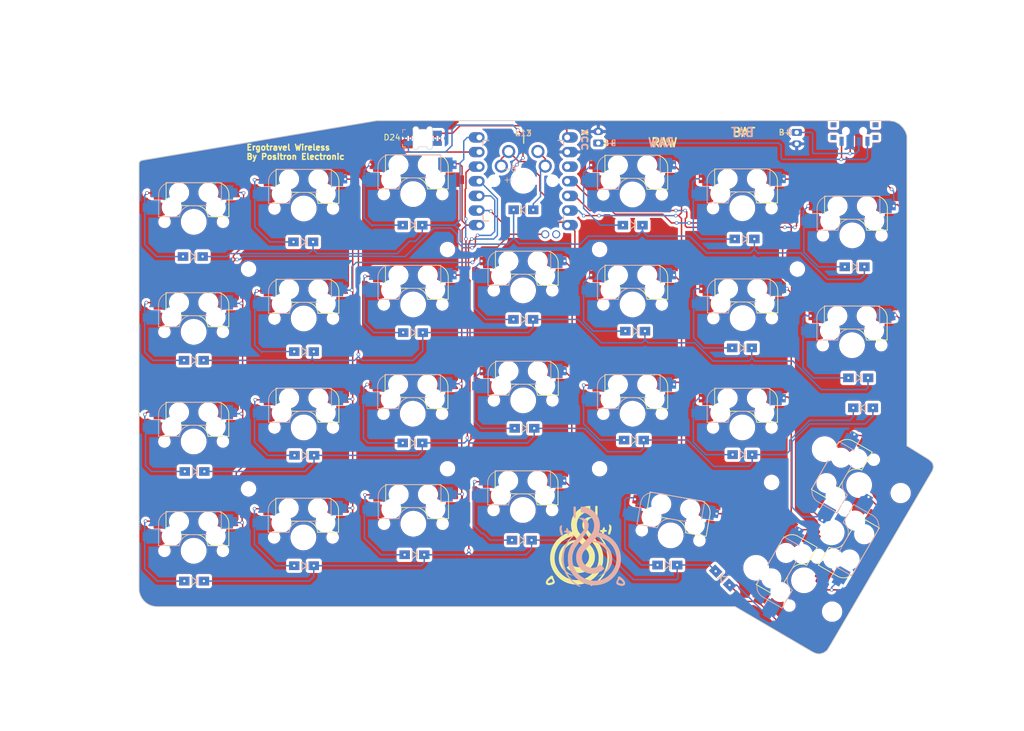
<source format=kicad_pcb>
(kicad_pcb (version 20221018) (generator pcbnew)
  (layers (0 "F.Cu" signal) (31 "B.Cu" signal) (34 "B.Paste" user) (35 "F.Paste" user) (36 "B.SilkS" user "B.Silkscreen") (37 "F.SilkS" user "F.Silkscreen") (38 "B.Mask" user) (39 "F.Mask" user) (44 "Edge.Cuts" user))
  (net 0 "")
  (net 1 "row0")
  (net 2 "Net-(D1-A)")
  (net 3 "row1")
  (net 4 "Net-(D2-A)")
  (net 5 "row2")
  (net 6 "Net-(D3-A)")
  (net 7 "row3")
  (net 8 "Net-(D4-A)")
  (net 9 "Net-(D5-A)")
  (net 10 "Net-(D6-A)")
  (net 11 "Net-(D7-A)")
  (net 12 "Net-(D8-A)")
  (net 13 "Net-(D9-A)")
  (net 14 "Net-(D10-A)")
  (net 15 "Net-(D11-A)")
  (net 16 "Net-(D12-A)")
  (net 17 "Net-(D13-A)")
  (net 18 "Net-(D14-A)")
  (net 19 "Net-(D15-A)")
  (net 20 "Net-(D16-A)")
  (net 21 "Net-(D17-A)")
  (net 22 "Net-(D18-A)")
  (net 23 "Net-(D19-A)")
  (net 24 "Net-(D20-A)")
  (net 25 "Net-(D21-A)")
  (net 26 "Net-(D22-A)")
  (net 27 "Net-(D23-A)")
  (net 28 "Net-(D25-A)")
  (net 29 "Net-(D26-A)")
  (net 30 "col0")
  (net 31 "col1")
  (net 32 "col2")
  (net 33 "col6")
  (net 34 "Net-(D27-A)")
  (net 35 "RAW")
  (net 36 "BATT")
  (net 39 "VCC")
  (net 40 "RGB")
  (net 44 "Net-(D29-A)")
  (net 45 "col3")
  (net 46 "col4")
  (net 47 "col5")
  (net 48 "GND")
  (footprint "keyswitches:SW_MX_reversible" (layer "F.Cu") (at 141.660172 56.799252)
    (fp_text reference "K13")
    (fp_text value "KEYSW")
  )
  (footprint "Mounting_Holes:MountingHole_2.2mm_M2_DIN965" (layer "F.Cu") (at 93.96 110.35)
    (fp_text reference "J5" hide)
    (fp_text value "Conn_01x01" hide)
  )
  (footprint "Mounting_Holes:MountingHole_2.2mm_M2_DIN965" (layer "F.Cu") (at 93.96 72.15)
    (fp_text reference "J6" hide)
    (fp_text value "Conn_01x01" hide)
  )
  (footprint "Mounting_Holes:MountingHole_2.2mm_M2_DIN965" (layer "F.Cu") (at 189.25 72.15)
    (fp_text reference "J7" hide)
    (fp_text value "Conn_01x01" hide)
  )
  (footprint "Mounting_Holes:MountingHole_2.2mm_M2_DIN965" (layer "F.Cu") (at 184.785 109.22)
    (fp_text reference "J8" hide)
    (fp_text value "Conn_01x01" hide)
  )
  (footprint "Mounting_Holes:MountingHole_2.2mm_M2_DIN965" (layer "F.Cu") (at 128.5 68.75)
    (fp_text reference "J9" hide)
    (fp_text value "Conn_01x01" hide)
  )
  (footprint "Mounting_Holes:MountingHole_2.2mm_M2_DIN965" (layer "F.Cu") (at 128.5 106.85)
    (fp_text reference "J10" hide)
    (fp_text value "Conn_01x01" hide)
  )
  (footprint "Mounting_Holes:MountingHole_2.2mm_M2_DIN965" (layer "F.Cu") (at 154.91 68.75)
    (fp_text reference "J11" hide)
    (fp_text value "Conn_01x01" hide)
  )
  (footprint "Mounting_Holes:MountingHole_2.2mm_M2_DIN965" (layer "F.Cu") (at 154.91 106.85)
    (fp_text reference "J12" hide)
    (fp_text value "Conn_01x01" hide)
  )
  (footprint "keyswitches:Stabilizer_MX_2u" (layer "F.Cu") (at 195.185698 117.878837 -120)
    (fp_text reference "H1" hide)
    (fp_text value "MountingHole" hide)
  )
  (footprint "sofle:CherryMX_Hotswap" (layer "F.Cu") (at 160.633524 97.285092)
    (fp_text reference "SW23" hide)
    (fp_text value "SW_PUSH-Lily58-cache" hide)
  )
  (footprint "sofle:CherryMX_Hotswap" (layer "F.Cu") (at 84.424884 83.05551)
    (fp_text reference "SW6" hide)
    (fp_text value "SW_PUSH-Lily58-cache" hide)
  )
  (footprint "sofle:Diode_SOD123" (layer "F.Cu") (at 179.627001 85.852 180)
    (fp_text reference "D21" hide)
    (fp_text value "D-Lily58-cache" hide)
  )
  (footprint "sofle:Diode_SOD123" (layer "F.Cu") (at 141.400001 119.253 180)
    (fp_text reference "D15" hide)
    (fp_text value "D-Lily58-cache" hide)
  )
  (footprint "sofle:CherryMX_Hotswap" (layer "F.Cu") (at 199.968008 109.675399 60)
    (fp_text reference "SW32" hide)
    (fp_text value "SW_PUSH-Lily58-cache" hide)
  )
  (footprint "sofle:CherryMX_Hotswap" (layer "F.Cu") (at 179.745222 80.67399)
    (fp_text reference "SW26" hide)
    (fp_text value "SW_PUSH-Lily58-cache" hide)
  )
  (footprint "sofle:CherryMX_Hotswap" (layer "F.Cu") (at 103.477044 118.77831)
    (fp_text reference "SW12" hide)
    (fp_text value "SW_PUSH-Lily58-cache" hide)
  )
  (footprint "sofle:CherryMX_Hotswap" (layer "F.Cu") (at 198.737844 85.377492)
    (fp_text reference "SW31" hide)
    (fp_text value "SW_PUSH-Lily58-cache" hide)
  )
  (footprint "sofle:CherryMX_Hotswap" (layer "F.Cu") (at 122.469666 97.285092)
    (fp_text reference "SW15" hide)
    (fp_text value "SW_PUSH-Lily58-cache" hide)
  )
  (footprint "sofle:Diode_SOD123" (layer "F.Cu") (at 199.185001 71.755 180)
    (fp_text reference "D27" hide)
    (fp_text value "D-Lily58-cache" hide)
  )
  (footprint "sofle:Diode_SOD123" (layer "F.Cu") (at 84.455 88.011 180)
    (fp_text reference "D2" hide)
    (fp_text value "D-Lily58-cache" hide)
  )
  (footprint "sofle:CherryMX_Hotswap" (layer "F.Cu") (at 141.581364 114.01527)
    (fp_text reference "SW20" hide)
    (fp_text value "SW_PUSH-Lily58-cache" hide)
  )
  (footprint "sofle:Diode_SOD123" (layer "F.Cu") (at 122.428 102.362 180)
    (fp_text reference "D9" hide)
    (fp_text value "D-Lily58-cache" hide)
  )
  (footprint "zzkeeb:Connector_JST-1x02-2.00mm" (layer "F.Cu") (at 189.14 48.403 -90)
    (fp_text reference "BATTCONN2" hide)
    (fp_text value "Conn_01x02_Female" hide)
  )
  (footprint "sofle:CherryMX_Hotswap" (layer "F.Cu") (at 179.685684 99.666612)
    (fp_text reference "SW27" hide)
    (fp_text value "SW_PUSH-Lily58-cache" hide)
  )
  (footprint "prettylib:SK6812_mini_e_flipable" (layer "F.Cu") (at 124.206 49.53 180)
    (fp_text reference "D24")
    (fp_text value "YAEMK_SK6812MINI-E")
    (fp_line (start -1.7 -1.36) (end -1.7 1.64) (stroke (width 0.1)) (layer "Edge.Cuts"))
    (fp_line (start -0.7 -1.36) (end 0.7 -1.36) (stroke (width 0.1)) (layer "Edge.Cuts"))
    (fp_line (start -0.7 1.64) (end 0.7 1.64) (stroke (width 0.1)) (layer "Edge.Cuts"))
    (fp_line (start 1.7 1.64) (end 1.7 -1.36) (stroke (width 0.1)) (layer "Edge.Cuts"))
    (fp_arc (start -1.7 -1.36) (mid -1.2 -1.86) (end -0.7 -1.36) (stroke (width 0.1)) (layer "Edge.Cuts"))
    (fp_arc (start -0.7 1.64) (mid -1.2 2.14) (end -1.7 1.64) (stroke (width 0.1)) (layer "Edge.Cuts"))
    (fp_arc (start 0.7 -1.36) (mid 1.2 -1.86) (end 1.7 -1.36) (stroke (width 0.1)) (layer "Edge.Cuts"))
    (fp_arc (start 1.7 1.64) (mid 1.2 2.14) (end 0.7 1.64) (stroke (width 0.1)) (layer "Edge.Cuts"))
  )
  (footprint "sofle:Diode_SOD123" (layer "F.Cu") (at 141.859 99.822 180)
    (fp_text reference "D14" hide)
    (fp_text value "D-Lily58-cache" hide)
  )
  (footprint "sofle:Diode_SOD123" (layer "F.Cu") (at 200.66 96.266)
    (fp_text reference "D25" hide)
    (fp_text value "D-Lily58-cache" hide)
  )
  (footprint "zzkeeb:MCU_xiao-ble-tht" (layer "F.Cu") (at 141.660172 56.896)
    (fp_text reference "U2" hide)
    (fp_text value "MCU_xiao-ble" hide)
  )
  (footprint "sofle:Diode_SOD123" (layer "F.Cu") (at 103.582999 123.698 180)
    (fp_text reference "D7" hide)
    (fp_text value "D-Lily58-cache" hide)
  )
  (footprint "sofle:CherryMX_Hotswap" (layer "F.Cu") (at 103.536582 61.62183)
    (fp_text reference "SW9" hide)
    (fp_text value "SW_PUSH-Lily58-cache" hide)
  )
  (footprint "sofle:CherryMX_Hotswap" (layer "F.Cu") (at 84.424884 102.10767)
    (fp_text reference "SW7" hide)
    (fp_text value "SW_PUSH-Lily58-cache" hide)
  )
  (footprint "sofle:CherryMX_Hotswap" (layer "F.Cu") (at 179.685684 61.562292)
    (fp_text reference "SW25" hide)
    (fp_text value "SW_PUSH-Lily58-cache" hide)
  )
  (footprint "sofle:CherryMX_Hotswap" (layer "F.Cu") (at 103.536582 99.666612)
    (fp_text reference "SW11" hide)
    (fp_text value "SW_PUSH-Lily58-cache" hide)
  )
  (footprint "sofle:Diode_SOD123" (layer "F.Cu") (at 160.655 64.516 180)
    (fp_text reference "D19" hide)
    (fp_text value "D-Lily58-cache" hide)
  )
  (footprint "sofle:Diode_SOD123" (layer "F.Cu") (at 161.085001 82.931 180)
    (fp_text reference "D18" hide)
    (fp_text value "D-Lily58-cache" hide)
  )
  (footprint "sofle:CherryMX_Hotswap" (layer "F.Cu") (at 122.529204 78.29247)
    (fp_text reference "SW14" hide)
    (fp_text value "SW_PUSH-Lily58-cache" hide)
  )
  (footprint "sofle:CherryMX_Hotswap" (layer "F.Cu") (at 160.633524 59.180772)
    (fp_text reference "SW21" hide)
    (fp_text value "SW_PUSH-Lily58-cache" hide)
  )
  (footprint "sofle:Diode_SOD123" (layer "F.Cu") (at 176.276 125.857 -45)
    (fp_text reference "D23" hide)
    (fp_text value "D-Lily58-cache" hide)
  )
  (footprint "sofle:CherryMX_Hotswap" (layer "F.Cu") (at 167.242242 118.421082 -10)
    (fp_text reference "SW24" hide)
    (fp_text value "SW_PUSH-Lily58-cache" hide)
  )
  (footprint "ergotravel:logo_positron_1" (layer "F.Cu") (at 152.273 120.142)
    (fp_text reference "G***" hide)
    (fp_text value "LOGO" hide)
  )
  (footprint "sofle:Diode_SOD123" (layer "F.Cu") (at 179.705 104.394 180)
    (fp_text reference "D22" hide)
    (fp_text value "D-Lily58-cache" hide)
  )
  (footprint "zzkeeb:Switch_SPDT-PCM12" (layer "F.Cu") (at 199.172 48.481 180)
    (fp_text reference "BATTSW1" hide)
    (fp_text value "SW_SPDT" hide)
  )
  (footprint "sofle:Diode_SOD123" (layer "F.Cu") (at 103.582999 86.487 180)
    (fp_text reference "D3" hide)
    (fp_text value "D-Lily58-cache" hide)
  )
  (footprint "sofle:Diode_SOD123" (layer "F.Cu") (at 122.759999 121.793 180)
    (fp_text reference "D8" hide)
    (fp_text value "D-Lily58-cache" hide)
  )
  (footprint "sofle:CherryMX_Hotswap" (layer "F.Cu") (at 141.640902 94.96311)
    (fp_text reference "SW19" hide)
    (fp_text value "SW_PUSH-Lily58-cache" hide)
  )
  (footprint "sofle:Diode_SOD123" (layer "F.Cu") (at 84.278999 69.977 180)
    (fp_text reference "D29" hide)
    (fp_text value "D-Lily58-cache" hide)
  )
  (footprint "sofle:Diode_SOD123" (layer "F.Cu") (at 160.859999 101.854 180)
    (fp_text reference "D17" hide)
    (fp_text value "D-Lily58-cache" hide)
  )
  (footprint "sofle:CherryMX_Hotswap" (layer "F.Cu") (at 190.402524 126.22056 60)
    (fp_text reference "SW28" hide)
    (fp_text value "SW_PUSH-Lily58-cache" hide)
  )
  (footprint "sofle:Diode_SOD123" (layer "F.Cu") (at 122.505999 83.185 180)
    (fp_text reference "D10" hide)
    (fp_text value "D-Lily58-cache" hide)
  )
  (footprint "sofle:Diode_SOD123" (layer "F.Cu") (at 199.820001 91.059 180)
    (fp_text reference "D26" hide)
    (fp_text value "D-Lily58-cache" hide)
  )
  (footprint "sofle:Diode_SOD123" (layer "F.Cu") (at 141.683 61.849)
    (fp_text reference "D12" hide)
    (fp_text value "D-Lily58-cache" hide)
  )
  (footprint "sofle:Diode_SOD123" (layer "F.Cu") (at 141.654001 80.899 180)
    (fp_text reference "D13" hide)
    (fp_text value "D-Lily58-cache" hide)
  )
  (footprint "sofle:Diode_SOD123" (layer "F.Cu") (at 84.582 107.315 180)
    (fp_text reference "D4" hide)
    (fp_text value "D-Lily58-cache" hide)
  )
  (footprint "zzkeeb:Connector_JST-1x02-2.00mm" (layer "F.Cu") (at 154.686 50.26 90)
    (fp_text reference "BATTCONN1" hide)
    (fp_text value "Conn_01x02_Female" hide)
  )
  (footprint "sofle:CherryMX_Hotswap" (layer "F.Cu") (at 84.424884 121.100292)
    (fp_text reference "SW8" hide)
    (fp_text value "SW_PUSH-Lily58-cache" hide)
  )
  (footprint "sofle:CherryMX_Hotswap" (layer "F.Cu") (at 122.529204 59.121234)
    (fp_text reference "SW13" hide)
    (fp_text value "SW_PUSH-Lily58-cache" hide)
  )
  (footprint "sofle:CherryMX_Hotswap" (layer "F.Cu") (at 198.777978 66.292754)
    (fp_text reference "SW30" hide)
    (fp_text value "SW_PUSH-Lily58-cache" hide)
  )
  (footprint "sofle:CherryMX_Hotswap" (layer "F.Cu") (at 84.444288 63.943812)
    (fp_text reference "SW5" hide)
    (fp_text value "SW_PUSH-Lily58-cache" hide)
  )
  (footprint "sofle:CherryMX_Hotswap" (layer "F.Cu") (at 122.569472 116.39679)
    (fp_text reference "SW16" hide)
    (fp_text value "SW_PUSH-Lily58-cache" hide)
  )
  (footprint "sofle:CherryMX_Hotswap" (layer "F.Cu") (at 103.536582 80.733528)
    (fp_text reference "SW10" hide)
    (fp_text value "SW_PUSH-Lily58-cache" hide)
  )
  (footprint "sofle:CherryMX_Hotswap" (layer "F.Cu") (at 141.621632 75.851412)
    (fp_text reference "SW1" hide)
    (fp_text value "SW_PUSH-Lily58-cache" hide)
  )
  (footprint "sofle:CherryMX_Hotswap" (layer "F.Cu") (at 195.185698 117.878837 -120)
    (fp_text reference "SW29" hide)
    (fp_text value "SW_PUSH-Lily58-cache" hide)
  )
  (footprint "sofle:CherryMX_Hotswap" (layer "F.Cu") (at 160.633524 78.29247)
    (fp_text reference "SW22" hide)
    (fp_text value "SW_PUSH-Lily58-cache" hide)
  )
  (footprint "sofle:Diode_SOD123" (layer "F.Cu") (at 84.504001 126.365 180)
    (fp_text reference "D6" hide)
    (fp_text value "D-Lily58-cache" hide)
  )
  (footprint "sofle:Diode_SOD123" (layer "F.Cu") (at 180.086 66.929 180)
    (fp_text reference "D20" hide)
    (fp_text value "D-Lily58-cache" hide)
  )
  (footprint "sofle:Diode_SOD123" (layer "F.Cu") (at 122.428 64.516 180)
    (fp_text reference "D11" hide)
    (fp_text value "D-Lily58-cache" hide)
  )
  (footprint "sofle:Diode_SOD123" (layer "F.Cu") (at 166.673001 123.571 180)
    (fp_text reference "D16" hide)
    (fp_text value "D-Lily58-cache" hide)
  )
  (footprint "sofle:Diode_SOD123" (layer "F.Cu") (at 103.632 104.521 180)
    (fp_text reference "D5" hide)
    (fp_text value "D-Lily58-cache" hide)
  )
  (footprint "sofle:Diode_SOD123" (layer "F.Cu") (at 103.455999 67.437 180)
    (fp_text reference "D1" hide)
    (fp_text value "D-Lily58-cache" hide)
  )
  (footprint "zzkeeb:Switch_SPDT-PCM12" (layer "B.Cu") (at 199.169 48.547)
    (fp_text reference "BATTSW2" hide)
    (fp_text value "SW_SPDT" hide)
  )
  (footprint "ergotravel:logo_positron_1" (layer "B.Cu") (at 152.654 120.269 180)
    (fp_text reference "G***" hide)
    (fp_text value "LOGO" hide)
  )
  (gr_line (start 141.732 48.768) (end 141.732 50.292) (stroke (width 0.2)) (layer "F.SilkS"))
  (gr_line (start 193.76136 138.86434) (end 193.1416 139.01928) (stroke (width 0.15)) (layer "Edge.Cuts"))
  (gr_line (start 205.18628 46.355) (end 132.08 46.355) (stroke (width 0.15)) (layer "Edge.Cuts"))
  (gr_line (start 116.205 46.355) (end 75.565 53.22824) (stroke (width 0.15)) (layer "Edge.Cuts"))
  (gr_line (start 193.1416 139.01928) (end 192.51168 138.9634) (stroke (width 0.15)) (layer "Edge.Cuts"))
  (gr_arc (start 78.105 130.81) (mid 75.859936 129.880064) (end 74.93 127.635) (stroke (width 0.15)) (layer "Edge.Cuts"))
  (gr_line (start 78.105 130.81) (end 178.435 130.81) (stroke (width 0.15)) (layer "Edge.Cuts"))
  (gr_line (start 132.08 46.355) (end 116.205 46.355) (stroke (width 0.15)) (layer "Edge.Cuts"))
  (gr_line (start 208.04632 48.28286) (end 208.28 48.97882) (stroke (width 0.15)) (layer "Edge.Cuts"))
  (gr_line (start 178.435 130.81) (end 191.8843 138.68654) (stroke (width 0.15)) (layer "Edge.Cuts"))
  (gr_line (start 74.93 53.87848) (end 74.93 127.635) (stroke (width 0.15)) (layer "Edge.Cuts"))
  (gr_line (start 194.90436 137.62482) (end 212.70976 107.17276) (stroke (width 0.15)) (layer "Edge.Cuts"))
  (gr_line (start 206.12862 46.50486) (end 206.9973 46.96968) (stroke (width 0.15)) (layer "Edge.Cuts"))
  (gr_line (start 192.51168 138.9634) (end 191.8843 138.68654) (stroke (width 0.15)) (layer "Edge.Cuts"))
  (gr_line (start 74.93 53.87848) (end 74.99096 53.57876) (stroke (width 0.15)) (layer "Edge.Cuts"))
  (gr_line (start 212.62848 105.70718) (end 212.82152 106.13136) (stroke (width 0.15)) (layer "Edge.Cuts"))
  (gr_line (start 205.18628 46.355) (end 206.12862 46.50486) (stroke (width 0.15)) (layer "Edge.Cuts"))
  (gr_line (start 206.9973 46.96968) (end 207.63484 47.64024) (stroke (width 0.15)) (layer "Edge.Cuts"))
  (gr_line (start 212.09 105.23982) (end 212.62848 105.70718) (stroke (width 0.15)) (layer "Edge.Cuts"))
  (gr_line (start 212.87486 106.58602) (end 212.70976 107.17276) (stroke (width 0.15)) (layer "Edge.Cuts"))
  (gr_line (start 208.28 95.25) (end 208.28 48.97882) (stroke (width 0.15)) (layer "Edge.Cuts"))
  (gr_line (start 212.82152 106.13136) (end 212.87486 106.58602) (stroke (width 0.15)) (layer "Edge.Cuts"))
  (gr_line (start 194.90436 137.62482) (end 194.38874 138.43254) (stroke (width 0.15)) (layer "Edge.Cuts"))
  (gr_line (start 208.28 102.87) (end 208.28 95.25) (stroke (width 0.15)) (layer "Edge.Cuts"))
  (gr_line (start 207.63484 47.64024) (end 208.04632 48.28286) (stroke (width 0.15)) (layer "Edge.Cuts"))
  (gr_line (start 194.38874 138.43254) (end 193.76136 138.86434) (stroke (width 0.15)) (layer "Edge.Cuts"))
  (gr_line (start 74.99096 53.57876) (end 75.184 53.3527) (stroke (width 0.15)) (layer "Edge.Cuts"))
  (gr_line (start 75.184 53.3527) (end 75.565 53.22824) (stroke (width 0.15)) (layer "Edge.Cuts"))
  (gr_line (start 212.09 105.23982) (end 208.28 102.87) (stroke (width 0.15)) (layer "Edge.Cuts"))
  (gr_text "vcc" (at 151.638 47.625 -90) (layer "B.SilkS") (effects (font (size 1.5 1.5) (thickness 0.3) bold) (justify left bottom)))
  (gr_text "BAT" (at 181.864 49.276) (layer "B.SilkS") (effects (font (size 1.5 1.5) (thickness 0.3) bold) (justify left bottom mirror)))
  (gr_text "RAW" (at 168.021 51.054) (layer "B.SilkS") (effects (font (size 1.5 1.5) (thickness 0.3) bold) (justify left bottom mirror)))
  (gr_text "Ergotravel Wireless\nBy Positron Electronic" (at 93.472 53.213) (layer "F.SilkS") (effects (font (size 1 1) (thickness 0.25) bold) (justify left bottom)))
  (gr_text "RAW" (at 163.703 51.054) (layer "F.SilkS") (effects (font (size 1.5 1.5) (thickness 0.3) bold) (justify left bottom)))
  (gr_text "BAT" (at 177.8 49.276) (layer "F.SilkS") (effects (font (size 1.5 1.5) (thickness 0.3) bold) (justify left bottom)))
  (gr_text "vcc" (at 153.035 47.625 90) (layer "F.SilkS") (effects (font (size 1.5 1.5) (thickness 0.3) bold) (justify left bottom mirror)))
  (segment (start 123.698 66.421) (end 124.128 65.991) (width 0.25) (layer "B.Cu") (net 1))
  (segment (start 162.355 65.483) (end 162.355 64.516) (width 0.25) (layer "B.Cu") (net 1))
  (segment (start 130.683 65.405) (end 130.683 67.31) (width 0.25) (layer "B.Cu") (net 1))
  (segment (start 161.417 66.421) (end 162.355 65.483) (width 0.25) (layer "B.Cu") (net 1))
  (segment (start 181.786 68.658) (end 181.786 68.58) (width 0.25) (layer "B.Cu") (net 1))
  (segment (start 182.626 69.342) (end 189.863604 69.342) (width 0.25) (layer "B.Cu") (net 1))
  (segment (start 105.155999 68.707001) (end 105.155999 67.437) (width 0.25) (layer "B.Cu") (net 1))
  (segment (start 181.102 69.342) (end 181.786 68.658) (width 0.25) (layer "B.Cu") (net 1))
  (segment (start 105.155999 68.707001) (end 105.917998 69.469) (width 0.25) (layer "B.Cu") (net 1))
  (segment (start 140.901 67.691) (end 149.987 67.691) (width 0.25) (layer "B.Cu") (net 1))
  (segment (start 85.978999 69.977) (end 90.17 69.977) (width 0.25) (layer "B.Cu") (net 1))
  (segment (start 200.152 73.914) (end 200.885001 73.180999) (width 0.25) (layer "B.Cu") (net 1))
  (segment (start 129.794 64.516) (end 124.128 64.516) (width 0.25) (layer "B.Cu") (net 1))
  (segment (start 181.786 68.58) (end 181.786 66.929) (width 0.25) (layer "B.Cu") (net 1))
  (segment (start 129.794 64.516) (end 130.683 65.405) (width 0.25) (layer "B.Cu") (net 1))
  (segment (start 181.786 68.756) (end 182.499 69.469) (width 0.25) (layer "B.Cu") (net 1))
  (segment (start 189.863604 69.342) (end 194.435604 73.914) (width 0.25) (layer "B.Cu") (net 1))
  (segment (start 130.683 63.627) (end 129.794 64.516) (width 0.25) (layer "B.Cu") (net 1))
  (segment (start 90.17 69.977) (end 90.678 69.469) (width 0.25) (layer "B.Cu") (net 1))
  (segment (start 163.195 66.421) (end 170.561 66.421) (width 0.25) (layer "B.Cu") (net 1))
  (segment (start 150.114 67.818) (end 151.511 67.818) (width 0.25) (layer "B.Cu") (net 1))
  (segment (start 121.92 67.31) (end 122.936 67.31) (width 0.25) (layer "B.Cu") (net 1))
  (segment (start 131.318 49.911) (end 131.318 53.086) (width 0.25) (layer "B.Cu") (net 1))
  (segment (start 104.394 69.469) (end 105.155999 68.707001) (width 0.25) (layer "B.Cu") (net 1))
  (segment (start 139.983 66.773) (end 140.901 67.691) (width 0.25) (layer "B.Cu") (net 1))
  (segment (start 182.499 69.469) (end 182.626 69.342) (width 0.25) (layer "B.Cu") (net 1))
  (segment (start 181.786 68.58) (end 181.786 68.756) (width 0.25) (layer "B.Cu") (net 1))
  (segment (start 194.435604 73.914) (end 200.152 73.914) (width 0.25) (layer "B.Cu") (net 1))
  (segment (start 124.128 65.991) (end 124.128 64.516) (width 0.25) (layer "B.Cu") (net 1))
  (segment (start 134.040172 49.276) (end 131.953 49.276) (width 0.25) (layer "B.Cu") (net 1))
  (segment (start 139.983 66.773) (end 139.983 61.849) (width 0.25) (layer "B.Cu") (net 1))
  (segment (start 162.355 65.483) (end 162.355 65.581) (width 0.25) (layer "B.Cu") (net 1))
  (segment (start 90.678 69.469) (end 104.394 69.469) (width 0.25) (layer "B.Cu") (net 1))
  (segment (start 149.987 67.691) (end 150.114 67.818) (width 0.25) (layer "B.Cu") (net 1))
  (segment (start 119.761 69.469) (end 121.92 67.31) (width 0.25) (layer "B.Cu") (net 1))
  (segment (start 131.318 53.086) (end 130.683 53.721) (width 0.25) (layer "B.Cu") (net 1))
  (segment (start 130.683 67.31) (end 131.191 67.818) (width 0.25) (layer "B.Cu") (net 1))
  (segment (start 131.191 67.818) (end 138.938 67.818) (width 0.25) (layer "B.Cu") (net 1))
  (segment (start 152.908 66.421) (end 161.417 66.421) (width 0.25) (layer "B.Cu") (net 1))
  (segment (start 105.917998 69.469) (end 119.761 69.469) (width 0.25) (layer "B.Cu") (net 1))
  (segment (start 122.936 67.31) (end 123.698 66.548) (width 0.25) (layer "B.Cu") (net 1))
  (segment (start 170.561 66.421) (end 173.482 69.342) (width 0.25) (layer "B.Cu") (net 1))
  (segment (start 138.938 67.818) (end 139.983 66.773) (width 0.25) (layer "B.Cu") (net 1))
  (segment (start 130.683 53.721) (end 130.683 63.627) (width 0.25) (layer "B.Cu") (net 1))
  (segment (start 151.511 67.818) (end 152.908 66.421) (width 0.25) (layer "B.Cu") (net 1))
  (segment (start 200.885001 73.180999) (end 200.885001 71.755) (width 0.25) (layer "B.Cu") (net 1))
  (segment (start 162.355 65.581) (end 163.195 66.421) (width 0.25) (layer "B.Cu") (net 1))
  (segment (start 123.698 66.548) (end 123.698 66.421) (width 0.25) (layer "B.Cu") (net 1))
  (segment (start 173.482 69.342) (end 181.102 69.342) (width 0.25) (layer "B.Cu") (net 1))
  (segment (start 131.953 49.276) (end 131.318 49.911) (width 0.25) (layer "B.Cu") (net 1))
  (segment (start 96.216412 56.642) (end 96.336582 56.52183) (width 0.25) (layer "F.Cu") (net 2))
  (segment (start 94.996 56.642) (end 96.216412 56.642) (width 0.25) (layer "F.Cu") (net 2))
  (via (at 94.996 56.642) (size 0.6) (drill 0.4) (layers "F.Cu" "B.Cu") (net 2))
  (segment (start 95.036582 59.12183) (end 95.036582 56.682582) (width 0.25) (layer "B.Cu") (net 2))
  (segment (start 95.036582 64.810582) (end 97.663 67.437) (width 0.25) (layer "B.Cu") (net 2))
  (segment (start 95.036582 59.12183) (end 95.036582 64.810582) (width 0.25) (layer "B.Cu") (net 2))
  (segment (start 95.036582 56.682582) (end 94.996 56.642) (width 0.25) (layer "B.Cu") (net 2))
  (segment (start 97.663 67.437) (end 101.755999 67.437) (width 0.25) (layer "B.Cu") (net 2))
  (segment (start 113.284 51.816) (end 112.395 52.705) (width 0.25) (layer "F.Cu") (net 3))
  (segment (start 112.395 56.388) (end 113.03 57.023) (width 0.25) (layer "F.Cu") (net 3))
  (segment (start 112.395 52.705) (end 112.395 56.388) (width 0.25) (layer "F.Cu") (net 3))
  (segment (start 113.03 57.023) (end 113.03 86.995) (width 0.25) (layer "F.Cu") (net 3))
  (segment (start 134.040172 51.816) (end 113.284 51.816) (width 0.25) (layer "F.Cu") (net 3))
  (via (at 113.03 86.995) (size 0.6) (drill 0.4) (layers "F.Cu" "B.Cu") (net 3))
  (segment (start 162.785001 84.483999) (end 162.785001 82.931) (width 0.25) (layer "B.Cu") (net 3))
  (segment (start 124.205999 86.360001) (end 124.205999 83.185) (width 0.25) (layer "B.Cu") (net 3))
  (segment (start 105.41 88.011) (end 112.395 88.011) (width 0.25) (layer "B.Cu") (net 3))
  (segment (start 113.792 88.011) (end 122.555 88.011) (width 0.25) (layer "B.Cu") (net 3))
  (segment (start 181.356 87.63) (end 181.864 88.138) (width 0.25) (layer "B.Cu") (net 3))
  (segment (start 113.03 87.376) (end 113.665 88.011) (width 0.25) (layer "B.Cu") (net 3))
  (segment (start 193.419604 93.091) (end 201.168 93.091) (width 0.25) (layer "B.Cu") (net 3))
  (segment (start 181.864 88.138) (end 188.466604 88.138) (width 0.25) (layer "B.Cu") (net 3))
  (segment (start 142.494 83.185) (end 143.383 82.296) (width 0.25) (layer "B.Cu") (net 3))
  (segment (start 113.03 87.376) (end 112.395 88.011) (width 0.25) (layer "B.Cu") (net 3))
  (segment (start 163.322 84.963) (end 171.448604 84.963) (width 0.25) (layer "B.Cu") (net 3))
  (segment (start 143.383 82.296) (end 143.354001 82.267001) (width 0.25) (layer "B.Cu") (net 3))
  (segment (start 122.555 88.011) (end 124.205999 86.360001) (width 0.25) (layer "B.Cu") (net 3))
  (segment (start 162.785001 84.483999) (end 162.842999 84.483999) (width 0.25) (layer "B.Cu") (net 3))
  (segment (start 105.029 86.740999) (end 105.282999 86.487) (width 0.25) (layer "B.Cu") (net 3))
  (segment (start 143.354001 82.267001) (end 143.354001 80.899) (width 0.25) (layer "B.Cu") (net 3))
  (segment (start 143.354001 80.899) (end 151.128604 80.899) (width 0.25) (layer "B.Cu") (net 3))
  (segment (start 105.029 87.63) (end 105.41 88.011) (width 0.25) (layer "B.Cu") (net 3))
  (segment (start 104.648 88.011) (end 105.029 87.63) (width 0.25) (layer "B.Cu") (net 3))
  (segment (start 113.665 88.011) (end 113.792 88.011) (width 0.25) (layer "B.Cu") (net 3))
  (segment (start 171.448604 84.963) (end 174.623604 88.138) (width 0.25) (layer "B.Cu") (net 3))
  (segment (start 162.842999 84.483999) (end 163.322 84.963) (width 0.25) (layer "B.Cu") (net 3))
  (segment (start 201.520001 92.738999) (end 201.520001 91.059) (width 0.25) (layer "B.Cu") (net 3))
  (segment (start 151.128604 80.899) (end 155.192604 84.963) (width 0.25) (layer "B.Cu") (net 3))
  (segment (start 113.03 86.995) (end 113.03 87.376) (width 0.25) (layer "B.Cu") (net 3))
  (segment (start 174.623604 88.138) (end 180.848 88.138) (width 0.25) (layer "B.Cu") (net 3))
  (segment (start 105.029 87.63) (end 105.029 86.740999) (width 0.25) (layer "B.Cu") (net 3))
  (segment (start 201.168 93.091) (end 201.520001 92.738999) (width 0.25) (layer "B.Cu") (net 3))
  (segment (start 86.155 88.011) (end 104.648 88.011) (width 0.25) (layer "B.Cu") (net 3))
  (segment (start 162.306 84.963) (end 162.785001 84.483999) (width 0.25) (layer "B.Cu") (net 3))
  (segment (start 155.192604 84.963) (end 162.306 84.963) (width 0.25) (layer "B.Cu") (net 3))
  (segment (start 180.848 88.138) (end 181.356 87.63) (width 0.25) (layer "B.Cu") (net 3))
  (segment (start 181.356 87.63) (end 181.327001 87.601001) (width 0.25) (layer "B.Cu") (net 3))
  (segment (start 124.205999 83.185) (end 142.494 83.185) (width 0.25) (layer "B.Cu") (net 3))
  (segment (start 188.466604 88.138) (end 193.419604 93.091) (width 0.25) (layer "B.Cu") (net 3))
  (segment (start 181.327001 87.601001) (end 181.327001 85.852) (width 0.25) (layer "B.Cu") (net 3))
  (segment (start 77.202394 77.978) (end 77.224884 77.95551) (width 0.25) (layer "F.Cu") (net 4))
  (segment (start 76.2 77.978) (end 77.202394 77.978) (width 0.25) (layer "F.Cu") (net 4))
  (via (at 76.2 77.978) (size 0.6) (drill 0.4) (layers "F.Cu" "B.Cu") (net 4))
  (segment (start 75.924884 80.55551) (end 75.924884 86.592884) (width 0.25) (layer "B.Cu") (net 4))
  (segment (start 77.343 88.011) (end 82.755 88.011) (width 0.25) (layer "B.Cu") (net 4))
  (segment (start 75.924884 80.55551) (end 75.924884 78.253116) (width 0.25) (layer "B.Cu") (net 4))
  (segment (start 75.924884 78.253116) (end 76.2 77.978) (width 0.25) (layer "B.Cu") (net 4))
  (segment (start 75.924884 86.592884) (end 77.343 88.011) (width 0.25) (layer "B.Cu") (net 4))
  (segment (start 131.572 63.371117) (end 131.653704 63.452821) (width 0.25) (layer "F.Cu") (net 5))
  (segment (start 131.704204 57.15) (end 131.704204 58.160796) (width 0.25) (layer "F.Cu") (net 5))
  (segment (start 131.704204 55.366796) (end 131.704204 57.15) (width 0.25) (layer "F.Cu") (net 5))
  (segment (start 131.572 58.293) (end 131.572 63.371117) (width 0.25) (layer "F.Cu") (net 5))
  (segment (start 132.715 54.356) (end 131.826 55.245) (width 0.25) (layer "F.Cu") (net 5))
  (segment (start 131.704204 58.160796) (end 131.572 58.293) (width 0.25) (layer "F.Cu") (net 5))
  (segment (start 131.699 74.168) (end 131.953 74.422) (width 0.25) (layer "F.Cu") (net 5))
  (segment (start 134.040172 54.356) (end 132.715 54.356) (width 0.25) (layer "F.Cu") (net 5))
  (segment (start 131.826 55.245) (end 131.704204 55.366796) (width 0.25) (layer "F.Cu") (net 5))
  (segment (start 131.699 66.929) (end 131.699 74.168) (width 0.25) (layer "F.Cu") (net 5))
  (segment (start 131.953 74.422) (end 131.953 101.473) (width 0.25) (layer "F.Cu") (net 5))
  (via (at 131.653704 63.452821) (size 0.6) (drill 0.4) (layers "F.Cu" "B.Cu") (net 5))
  (via (at 131.699 66.929) (size 0.6) (drill 0.4) (layers "F.Cu" "B.Cu") (net 5))
  (via (at 131.953 101.473) (size 0.6) (drill 0.4) (layers "F.Cu" "B.Cu") (net 5))
  (segment (start 152.271604 99.822) (end 156.335604 103.886) (width 0.25) (layer "B.Cu") (net 5))
  (segment (start 105.332 104.521) (end 123.444 104.521) (width 0.25) (layer "B.Cu") (net 5))
  (segment (start 131.953 101.473) (end 131.953 101.854) (width 0.25) (layer "B.Cu") (net 5))
  (segment (start 162.559999 101.854) (end 170.178604 101.854) (width 0.25) (layer "B.Cu") (net 5))
  (segment (start 191.387604 98.425) (end 198.374 98.425) (width 0.25) (layer "B.Cu") (net 5))
  (segment (start 174.750604 106.426) (end 180.848 106.426) (width 0.25) (layer "B.Cu") (net 5))
  (segment (start 124.128 102.362) (end 131.445 102.362) (width 0.25) (layer "B.Cu") (net 5))
  (segment (start 180.848 106.426) (end 181.405 105.869) (width 0.25) (layer "B.Cu") (net 5))
  (segment (start 123.444 104.521) (end 124.128 103.837) (width 0.25) (layer "B.Cu") (net 5))
  (segment (start 132.461 102.362) (end 142.367 102.362) (width 0.25) (layer "B.Cu") (net 5))
  (segment (start 162.559999 103.251001) (end 162.559999 101.854) (width 0.25) (layer "B.Cu") (net 5))
  (segment (start 187.256 104.394) (end 187.891 103.759) (width 0.25) (layer "B.Cu") (net 5))
  (segment (start 181.405 105.869) (end 181.405 104.394) (width 0.25) (layer "B.Cu") (net 5))
  (segment (start 143.559 99.822) (end 152.271604 99.822) (width 0.25) (layer "B.Cu") (net 5))
  (segment (start 187.891 101.921604) (end 191.387604 98.425) (width 0.25) (layer "B.Cu") (net 5))
  (segment (start 131.953 101.854) (end 132.461 102.362) (width 0.25) (layer "B.Cu") (net 5))
  (segment (start 124.128 103.837) (end 124.128 102.362) (width 0.25) (layer "B.Cu") (net 5))
  (segment (start 143.559 101.17) (end 143.559 99.822) (width 0.25) (layer "B.Cu") (net 5))
  (segment (start 131.653704 63.452821) (end 131.653704 66.883704) (width 0.25) (layer "B.Cu") (net 5))
  (segment (start 198.374 98.425) (end 198.96 97.839) (width 0.25) (layer "B.Cu") (net 5))
  (segment (start 105.332 105.742) (end 105.332 104.521) (width 0.25) (layer "B.Cu") (net 5))
  (segment (start 181.405 104.394) (end 187.256 104.394) (width 0.25) (layer "B.Cu") (net 5))
  (segment (start 103.759 107.315) (end 105.332 105.742) (width 0.25) (layer "B.Cu") (net 5))
  (segment (start 86.282 107.315) (end 103.759 107.315) (width 0.25) (layer "B.Cu") (net 5))
  (segment (start 156.335604 103.886) (end 161.925 103.886) (width 0.25) (layer "B.Cu") (net 5))
  (segment (start 131.653704 66.883704) (end 131.699 66.929) (width 0.25) (layer "B.Cu") (net 5))
  (segment (start 131.953 101.854) (end 131.445 102.362) (width 0.25) (layer "B.Cu") (net 5))
  (segment (start 142.367 102.362) (end 143.559 101.17) (width 0.25) (layer "B.Cu") (net 5))
  (segment (start 170.178604 101.854) (end 174.750604 106.426) (width 0.25) (layer "B.Cu") (net 5))
  (segment (start 161.925 103.886) (end 162.559999 103.251001) (width 0.25) (layer "B.Cu") (net 5))
  (segment (start 198.96 97.839) (end 198.96 96.266) (width 0.25) (layer "B.Cu") (net 5))
  (segment (start 187.891 103.759) (end 187.891 101.921604) (width 0.25) (layer "B.Cu") (net 5))
  (segment (start 96.02411 75.946) (end 96.336582 75.633528) (width 0.25) (layer "F.Cu") (net 6))
  (segment (start 95.377 75.946) (end 96.02411 75.946) (width 0.25) (layer "F.Cu") (net 6))
  (via (at 95.377 75.946) (size 0.6) (drill 0.4) (layers "F.Cu" "B.Cu") (net 6))
  (segment (start 96.266 86.614) (end 96.393 86.487) (width 0.25) (layer "B.Cu") (net 6))
  (segment (start 95.036582 78.233528) (end 95.036582 85.384582) (width 0.25) (layer "B.Cu") (net 6))
  (segment (start 95.036582 78.233528) (end 95.036582 76.286418) (width 0.25) (layer "B.Cu") (net 6))
  (segment (start 95.036582 76.286418) (end 95.377 75.946) (width 0.25) (layer "B.Cu") (net 6))
  (segment (start 95.036582 85.384582) (end 96.266 86.614) (width 0.25) (layer "B.Cu") (net 6))
  (segment (start 96.393 86.487) (end 101.882999 86.487) (width 0.25) (layer "B.Cu") (net 6))
  (segment (start 132.521942 101.787942) (end 132.207 102.102884) (width 0.25) (layer "F.Cu") (net 7))
  (segment (start 132.334 67.31) (end 132.334 67.564) (width 0.25) (layer "F.Cu") (net 7))
  (segment (start 132.403 74.11) (end 132.403 75.184) (width 0.25) (layer "F.Cu") (net 7))
  (segment (start 132.578 100.721) (end 132.578 101.731884) (width 0.25) (layer "F.Cu") (net 7))
  (segment (start 132.588 100.711) (end 132.578 100.721) (width 0.25) (layer "F.Cu") (net 7))
  (segment (start 132.715 66.929) (end 132.334 67.31) (width 0.25) (layer "F.Cu") (net 7))
  (segment (start 132.207 108.458) (end 132.207 121.031) (width 0.25) (layer "F.Cu") (net 7))
  (segment (start 132.578 101.731884) (end 132.521942 101.787942) (width 0.25) (layer "F.Cu") (net 7))
  (segment (start 132.403 100.526) (end 132.588 100.711) (width 0.25) (layer "F.Cu") (net 7))
  (segment (start 132.403 75.184) (end 132.403 100.526) (width 0.25) (layer "F.Cu") (net 7))
  (segment (start 132.149 67.749) (end 132.149 73.279) (width 0.25) (layer "F.Cu") (net 7))
  (segment (start 132.207 73.914) (end 132.403 74.11) (width 0.25) (layer "F.Cu") (net 7))
  (segment (start 132.207 102.102884) (end 132.207 108.458) (width 0.25) (layer "F.Cu") (net 7))
  (segment (start 132.334 67.564) (end 132.149 67.749) (width 0.25) (layer "F.Cu") (net 7))
  (segment (start 132.149 73.856) (end 132.207 73.914) (width 0.25) (layer "F.Cu") (net 7))
  (segment (start 132.149 73.279) (end 132.149 73.856) (width 0.25) (layer "F.Cu") (net 7))
  (via (at 132.207 121.031) (size 0.6) (drill 0.4) (layers "F.Cu" "B.Cu") (net 7))
  (via (at 132.715 66.929) (size 0.6) (drill 0.4) (layers "F.Cu" "B.Cu") (net 7))
  (segment (start 143.100001 120.805999) (end 143.100001 119.253) (width 0.25) (layer "B.Cu") (net 7))
  (segment (start 168.529 125.857) (end 168.529 124.968) (width 0.25) (layer "B.Cu") (net 7))
  (segment (start 105.282999 125.603001) (end 105.282999 123.698) (width 0.25) (layer "B.Cu") (net 7))
  (segment (start 132.207 121.285) (end 132.715 121.793) (width 0.25) (layer "B.Cu") (net 7))
  (segment (start 137.16 66.294) (end 136.906 66.548) (width 0.25) (layer "B.Cu") (net 7))
  (segment (start 137.16 59.944) (end 137.16 63.119) (width 0.25) (layer "B.Cu") (net 7))
  (segment (start 132.715 121.793) (end 142.113 121.793) (width 0.25) (layer "B.Cu") (net 7))
  (segment (start 134.040172 56.896) (end 134.112 56.896) (width 0.25) (layer "B.Cu") (net 7))
  (segment (start 86.204001 126.365) (end 104.521 126.365) (width 0.25) (layer "B.Cu") (net 7))
  (segment (start 136.525 66.929) (end 132.715 66.929) (width 0.25) (layer "B.Cu") (net 7))
  (segment (start 135.89 58.674) (end 137.16 59.944) (width 0.25) (layer "B.Cu") (net 7))
  (segment (start 124.459999 121.793) (end 131.699 121.793) (width 0.25) (layer "B.Cu") (net 7))
  (segment (start 124.459999 123.190001) (end 124.459999 121.793) (width 0.25) (layer "B.Cu") (net 7))
  (segment (start 160.782 126.111) (end 168.275 126.111) (width 0.25) (layer "B.Cu") (net 7))
  (segment (start 168.529 124.968) (end 168.373001 124.812001) (width 0.25) (layer "B.Cu") (net 7))
  (segment (start 168.373001 124.812001) (end 168.373001 123.571) (width 0.25) (layer "B.Cu") (net 7))
  (segment (start 134.112 56.896) (end 135.89 58.674) (width 0.25) (layer "B.Cu") (net 7))
  (segment (start 136.906 66.548) (end 136.525 66.929) (width 0.25) (layer "B.Cu") (net 7))
  (segment (start 153.924 119.253) (end 160.782 126.111) (width 0.25) (layer "B.Cu") (net 7))
  (segment (start 168.373001 123.571) (end 173.99 123.571) (width 0.25) (layer "B.Cu") (net 7))
  (segment (start 143.100001 119.253) (end 153.924 119.253) (width 0.25) (layer "B.Cu") (net 7))
  (segment (start 137.16 63.119) (end 137.16 66.294) (width 0.25) (layer "B.Cu") (net 7))
  (segment (start 123.952 123.698) (end 124.459999 123.190001) (width 0.25) (layer "B.Cu") (net 7))
  (segment (start 104.521 126.365) (end 105.282999 125.603001) (width 0.25) (layer "B.Cu") (net 7))
  (segment (start 142.113 121.793) (end 143.100001 120.805999) (width 0.25) (layer "B.Cu") (net 7))
  (segment (start 173.99 123.571) (end 175.073918 124.654918) (width 0.25) (layer "B.Cu") (net 7))
  (segment (start 132.207 121.285) (end 131.699 121.793) (width 0.25) (layer "B.Cu") (net 7))
  (segment (start 105.282999 123.698) (end 123.952 123.698) (width 0.25) (layer "B.Cu") (net 7))
  (segment (start 168.275 126.111) (end 168.529 125.857) (width 0.25) (layer "B.Cu") (net 7))
  (segment (start 132.207 121.031) (end 132.207 121.285) (width 0.25) (layer "B.Cu") (net 7))
  (segment (start 77.224884 97.00767) (end 76.34733 97.00767) (width 0.25) (layer "F.Cu") (net 8))
  (segment (start 76.34733 97.00767) (end 75.946 97.409) (width 0.25) (layer "F.Cu") (net 8))
  (via (at 75.946 97.409) (size 0.6) (drill 0.4) (layers "F.Cu" "B.Cu") (net 8))
  (segment (start 76.073 106.299) (end 77.089 107.315) (width 0.25) (layer "B.Cu") (net 8))
  (segment (start 76.073 99.755786) (end 76.073 106.299) (width 0.25) (layer "B.Cu") (net 8))
  (segment (start 75.924884 99.60767) (end 76.073 99.755786) (width 0.25) (layer "B.Cu") (net 8))
  (segment (start 75.924884 99.60767) (end 75.946 99.586554) (width 0.25) (layer "B.Cu") (net 8))
  (segment (start 77.089 107.315) (end 82.882 107.315) (width 0.25) (layer "B.Cu") (net 8))
  (segment (start 75.946 99.586554) (end 75.946 97.409) (width 0.25) (layer "B.Cu") (net 8))
  (segment (start 95.123 94.869) (end 96.034194 94.869) (width 0.25) (layer "F.Cu") (net 9))
  (segment (start 96.034194 94.869) (end 96.336582 94.566612) (width 0.25) (layer "F.Cu") (net 9))
  (via (at 95.123 94.869) (size 0.6) (drill 0.4) (layers "F.Cu" "B.Cu") (net 9))
  (segment (start 95.036582 97.166612) (end 94.996 97.207194) (width 0.25) (layer "B.Cu") (net 9))
  (segment (start 95.036582 97.166612) (end 95.036582 94.955418) (width 0.25) (layer "B.Cu") (net 9))
  (segment (start 94.996 97.207194) (end 94.996 102.235) (width 0.25) (layer "B.Cu") (net 9))
  (segment (start 95.036582 94.955418) (end 95.123 94.869) (width 0.25) (layer "B.Cu") (net 9))
  (segment (start 97.282 104.521) (end 101.932 104.521) (width 0.25) (layer "B.Cu") (net 9))
  (segment (start 94.996 102.235) (end 97.282 104.521) (width 0.25) (layer "B.Cu") (net 9))
  (segment (start 76.073 115.951) (end 77.175592 115.951) (width 0.25) (layer "F.Cu") (net 10))
  (segment (start 77.175592 115.951) (end 77.224884 116.000292) (width 0.25) (layer "F.Cu") (net 10))
  (via (at 76.073 115.951) (size 0.6) (drill 0.4) (layers "F.Cu" "B.Cu") (net 10))
  (segment (start 75.924884 124.184884) (end 78.105 126.365) (width 0.25) (layer "B.Cu") (net 10))
  (segment (start 75.924884 116.099116) (end 76.073 115.951) (width 0.25) (layer "B.Cu") (net 10))
  (segment (start 75.924884 118.600292) (end 75.924884 124.184884) (width 0.25) (layer "B.Cu") (net 10))
  (segment (start 75.924884 118.600292) (end 75.924884 116.099116) (width 0.25) (layer "B.Cu") (net 10))
  (segment (start 78.105 126.365) (end 82.804001 126.365) (width 0.25) (layer "B.Cu") (net 10))
  (segment (start 96.163354 113.792) (end 96.277044 113.67831) (width 0.25) (layer "F.Cu") (net 11))
  (segment (start 94.996 113.792) (end 96.163354 113.792) (width 0.25) (layer "F.Cu") (net 11))
  (via (at 94.996 113.792) (size 0.6) (drill 0.4) (layers "F.Cu" "B.Cu") (net 11))
  (segment (start 94.977044 116.27831) (end 94.977044 119.996044) (width 0.25) (layer "B.Cu") (net 11))
  (segment (start 94.977044 116.27831) (end 94.977044 113.810956) (width 0.25) (layer "B.Cu") (net 11))
  (segment (start 94.977044 113.810956) (end 94.996 113.792) (width 0.25) (layer "B.Cu") (net 11))
  (segment (start 98.679 123.698) (end 101.882999 123.698) (width 0.25) (layer "B.Cu") (net 11))
  (segment (start 94.977044 119.996044) (end 98.679 123.698) (width 0.25) (layer "B.Cu") (net 11))
  (segment (start 115.287262 111.379) (end 115.369472 111.29679) (width 0.25) (layer "F.Cu") (net 12))
  (segment (start 114.173 111.379) (end 115.287262 111.379) (width 0.25) (layer "F.Cu") (net 12))
  (via (at 114.173 111.379) (size 0.6) (drill 0.4) (layers "F.Cu" "B.Cu") (net 12))
  (segment (start 114.069472 113.89679) (end 114.069472 118.895472) (width 0.25) (layer "B.Cu") (net 12))
  (segment (start 114.069472 113.89679) (end 114.173 113.793262) (width 0.25) (layer "B.Cu") (net 12))
  (segment (start 116.967 121.793) (end 121.059999 121.793) (width 0.25) (layer "B.Cu") (net 12))
  (segment (start 114.069472 118.895472) (end 116.967 121.793) (width 0.25) (layer "B.Cu") (net 12))
  (segment (start 114.173 113.793262) (end 114.173 111.379) (width 0.25) (layer "B.Cu") (net 12))
  (segment (start 115.252758 92.202) (end 115.269666 92.185092) (width 0.25) (layer "F.Cu") (net 13))
  (segment (start 114.554 92.202) (end 115.252758 92.202) (width 0.25) (layer "F.Cu") (net 13))
  (via (at 114.554 92.202) (size 0.6) (drill 0.4) (layers "F.Cu" "B.Cu") (net 13))
  (segment (start 113.969666 94.785092) (end 113.919 94.835758) (width 0.25) (layer "B.Cu") (net 13))
  (segment (start 113.919 101.6) (end 114.681 102.362) (width 0.25) (layer "B.Cu") (net 13))
  (segment (start 113.969666 94.785092) (end 113.969666 92.786334) (width 0.25) (layer "B.Cu") (net 13))
  (segment (start 114.681 102.362) (end 120.728 102.362) (width 0.25) (layer "B.Cu") (net 13))
  (segment (start 113.969666 92.786334) (end 114.554 92.202) (width 0.25) (layer "B.Cu") (net 13))
  (segment (start 113.919 94.835758) (end 113.919 101.6) (width 0.25) (layer "B.Cu") (net 13))
  (segment (start 115.115674 73.406) (end 115.329204 73.19247) (width 0.25) (layer "F.Cu") (net 14))
  (segment (start 114.173 73.406) (end 115.115674 73.406) (width 0.25) (layer "F.Cu") (net 14))
  (via (at 114.173 73.406) (size 0.6) (drill 0.4) (layers "F.Cu" "B.Cu") (net 14))
  (segment (start 114.029204 81.517204) (end 115.697 83.185) (width 0.25) (layer "B.Cu") (net 14))
  (segment (start 114.029204 75.79247) (end 114.029204 81.517204) (width 0.25) (layer "B.Cu") (net 14))
  (segment (start 114.029204 73.549796) (end 114.173 73.406) (width 0.25) (layer "B.Cu") (net 14))
  (segment (start 114.029204 75.79247) (end 114.029204 73.549796) (width 0.25) (layer "B.Cu") (net 14))
  (segment (start 115.697 83.185) (end 120.805999 83.185) (width 0.25) (layer "B.Cu") (net 14))
  (via (at 115.062 53.975) (size 0.6) (drill 0.4) (layers "F.Cu" "B.Cu") (net 15))
  (segment (start 115.57 64.516) (end 120.728 64.516) (width 0.25) (layer "B.Cu") (net 15))
  (segment (start 114.029204 56.621234) (end 114.029204 63.229204) (width 0.25) (layer "B.Cu") (net 15))
  (segment (start 114.029204 56.621234) (end 114.029204 55.007796) (width 0.25) (layer "B.Cu") (net 15))
  (segment (start 114.029204 63.229204) (end 115.443 64.643) (width 0.25) (layer "B.Cu") (net 15))
  (segment (start 114.029204 55.007796) (end 115.062 53.975) (width 0.25) (layer "B.Cu") (net 15))
  (segment (start 115.443 64.643) (end 115.57 64.516) (width 0.25) (layer "B.Cu") (net 15))
  (segment (start 145.470172 52.989252) (end 145.470172 54.259252) (width 0.25) (layer "F.Cu") (net 16))
  (segment (start 144.200172 51.719252) (end 145.470172 52.989252) (width 0.25) (layer "F.Cu") (net 16))
  (segment (start 143.383 60.833) (end 143.383 61.849) (width 0.25) (layer "B.Cu") (net 16))
  (segment (start 144.653 55.076424) (end 144.653 59.563) (width 0.25) (layer "B.Cu") (net 16))
  (segment (start 144.653 59.563) (end 143.383 60.833) (width 0.25) (layer "B.Cu") (net 16))
  (segment (start 145.470172 54.259252) (end 144.653 55.076424) (width 0.25) (layer "B.Cu") (net 16))
  (via (at 134.421632 70.751412) (size 0.6) (drill 0.4) (layers "F.Cu" "B.Cu") (net 17))
  (segment (start 133.121632 72.051412) (end 134.421632 70.751412) (width 0.25) (layer "B.Cu") (net 17))
  (segment (start 133.121632 73.351412) (end 133.121632 72.051412) (width 0.25) (layer "B.Cu") (net 17))
  (segment (start 133.121632 78.892632) (end 135.128 80.899) (width 0.25) (layer "B.Cu") (net 17))
  (segment (start 133.121632 73.351412) (end 133.121632 78.892632) (width 0.25) (layer "B.Cu") (net 17))
  (segment (start 135.128 80.899) (end 139.954001 80.899) (width 0.25) (layer "B.Cu") (net 17))
  (via (at 134.440902 89.86311) (size 0.6) (drill 0.4) (layers "F.Cu" "B.Cu") (net 18))
  (segment (start 133.140902 92.46311) (end 133.140902 91.16311) (width 0.25) (layer "B.Cu") (net 18))
  (segment (start 133.140902 98.596902) (end 134.366 99.822) (width 0.25) (layer "B.Cu") (net 18))
  (segment (start 133.140902 91.16311) (end 134.440902 89.86311) (width 0.25) (layer "B.Cu") (net 18))
  (segment (start 134.366 99.822) (end 140.159 99.822) (width 0.25) (layer "B.Cu") (net 18))
  (segment (start 133.140902 92.46311) (end 133.140902 98.596902) (width 0.25) (layer "B.Cu") (net 18))
  (segment (start 133.223 109.093) (end 134.203634 109.093) (width 0.25) (layer "F.Cu") (net 19))
  (segment (start 134.203634 109.093) (end 134.381364 108.91527) (width 0.25) (layer "F.Cu") (net 19))
  (via (at 133.223 109.093) (size 0.6) (drill 0.4) (layers "F.Cu" "B.Cu") (net 19))
  (segment (start 133.081364 111.51527) (end 133.081364 116.473636) (width 0.25) (layer "B.Cu") (net 19))
  (segment (start 133.081364 116.473636) (end 132.969 116.586) (width 0.25) (layer "B.Cu") (net 19))
  (segment (start 135.89 119.253) (end 139.700001 119.253) (width 0.25) (layer "B.Cu") (net 19))
  (segment (start 132.969 116.586) (end 134.493 118.11) (width 0.25) (layer "B.Cu") (net 19))
  (segment (start 134.747 118.11) (end 135.89 119.253) (width 0.25) (layer "B.Cu") (net 19))
  (segment (start 133.081364 111.51527) (end 133.081364 109.234636) (width 0.25) (layer "B.Cu") (net 19))
  (segment (start 134.493 118.11) (end 134.747 118.11) (width 0.25) (layer "B.Cu") (net 19))
  (segment (start 133.081364 109.234636) (end 133.223 109.093) (width 0.25) (layer "B.Cu") (net 19))
  (via (at 161.037232 112.148296) (size 0.6) (drill 0.4) (layers "F.Cu" "B.Cu") (net 20))
  (segment (start 159.305497 114.483053) (end 159.305497 112.220503) (width 0.25) (layer "B.Cu") (net 20))
  (segment (start 159.305497 120.697497) (end 162.179 123.571) (width 0.25) (layer "B.Cu") (net 20))
  (segment (start 159.305497 114.483053) (end 159.305497 120.697497) (width 0.25) (layer "B.Cu") (net 20))
  (segment (start 159.639 111.887) (end 160.775936 111.887) (width 0.25) (layer "B.Cu") (net 20))
  (segment (start 162.179 123.571) (end 164.973001 123.571) (width 0.25) (layer "B.Cu") (net 20))
  (segment (start 160.775936 111.887) (end 161.037232 112.148296) (width 0.25) (layer "B.Cu") (net 20))
  (segment (start 159.305497 112.220503) (end 159.639 111.887) (width 0.25) (layer "B.Cu") (net 20))
  (segment (start 152.146 92.329) (end 153.289616 92.329) (width 0.25) (layer "F.Cu") (net 21))
  (segment (start 153.289616 92.329) (end 153.433524 92.185092) (width 0.25) (layer "F.Cu") (net 21))
  (via (at 152.146 92.329) (size 0.6) (drill 0.4) (layers "F.Cu" "B.Cu") (net 21))
  (segment (start 152.133524 92.341476) (end 152.146 92.329) (width 0.25) (layer "B.Cu") (net 21))
  (segment (start 154.94 101.854) (end 159.159999 101.854) (width 0.25) (layer "B.Cu") (net 21))
  (segment (start 152.133524 94.785092) (end 152.133524 99.047524) (width 0.25) (layer "B.Cu") (net 21))
  (segment (start 152.133524 99.047524) (end 154.94 101.854) (width 0.25) (layer "B.Cu") (net 21))
  (segment (start 152.133524 94.785092) (end 152.133524 92.341476) (width 0.25) (layer "B.Cu") (net 21))
  (via (at 153.433524 73.19247) (size 0.6) (drill 0.4) (layers "F.Cu" "B.Cu") (net 22))
  (segment (start 153.797 82.931) (end 159.385001 82.931) (width 0.25) (layer "B.Cu") (net 22))
  (segment (start 152.133524 75.79247) (end 152.133524 81.267524) (width 0.25) (layer "B.Cu") (net 22))
  (segment (start 152.133524 75.79247) (end 152.133524 74.49247) (width 0.25) (layer "B.Cu") (net 22))
  (segment (start 152.133524 81.267524) (end 153.797 82.931) (width 0.25) (layer "B.Cu") (net 22))
  (segment (start 152.133524 74.49247) (end 153.433524 73.19247) (width 0.25) (layer "B.Cu") (net 22))
  (via (at 153.433524 54.080772) (size 0.6) (drill 0.4) (layers "F.Cu" "B.Cu") (net 23))
  (segment (start 152.133524 61.582524) (end 152.133524 56.680772) (width 0.25) (layer "B.Cu") (net 23))
  (segment (start 152.133524 56.680772) (end 152.133524 55.380772) (width 0.25) (layer "B.Cu") (net 23))
  (segment (start 152.133524 55.380772) (end 153.433524 54.080772) (width 0.25) (layer "B.Cu") (net 23))
  (segment (start 158.955 64.516) (end 155.067 64.516) (width 0.25) (layer "B.Cu") (net 23))
  (segment (start 155.067 64.516) (end 152.133524 61.582524) (width 0.25) (layer "B.Cu") (net 23))
  (via (at 172.485684 56.462292) (size 0.6) (drill 0.4) (layers "F.Cu" "B.Cu") (net 24))
  (segment (start 171.185684 65.648684) (end 172.466 66.929) (width 0.25) (layer "B.Cu") (net 24))
  (segment (start 171.069 58.945608) (end 171.069 57.023) (width 0.25) (layer "B.Cu") (net 24))
  (segment (start 172.466 66.929) (end 178.386 66.929) (width 0.25) (layer "B.Cu") (net 24))
  (segment (start 171.069 57.023) (end 171.629708 56.462292) (width 0.25) (layer "B.Cu") (net 24))
  (segment (start 171.629708 56.462292) (end 172.485684 56.462292) (width 0.25) (layer "B.Cu") (net 24))
  (segment (start 171.185684 59.062292) (end 171.185684 65.648684) (width 0.25) (layer "B.Cu") (net 24))
  (segment (start 171.185684 59.062292) (end 171.069 58.945608) (width 0.25) (layer "B.Cu") (net 24))
  (via (at 172.545222 75.57399) (size 0.6) (drill 0.4) (layers "F.Cu" "B.Cu") (net 25))
  (segment (start 171.577 75.565) (end 172.536232 75.565) (width 0.25) (layer "B.Cu") (net 25))
  (segment (start 172.974 85.852) (end 177.927001 85.852) (width 0.25) (layer "B.Cu") (net 25))
  (segment (start 171.245222 78.17399) (end 171.245222 84.123222) (width 0.25) (layer "B.Cu") (net 25))
  (segment (start 171.245222 84.123222) (end 172.974 85.852) (width 0.25) (layer "B.Cu") (net 25))
  (segment (start 171.245222 75.896778) (end 171.577 75.565) (width 0.25) (layer "B.Cu") (net 25))
  (segment (start 172.536232 75.565) (end 172.545222 75.57399) (width 0.25) (layer "B.Cu") (net 25))
  (segment (start 171.245222 78.17399) (end 171.245222 75.896778) (width 0.25) (layer "B.Cu") (net 25))
  (via (at 172.485684 94.566612) (size 0.6) (drill 0.4) (layers "F.Cu" "B.Cu") (net 26))
  (segment (start 173.355 104.394) (end 178.005 104.394) (width 0.25) (layer "B.Cu") (net 26))
  (segment (start 172.133388 94.566612) (end 172.485684 94.566612) (width 0.25) (layer "B.Cu") (net 26))
  (segment (start 171.185684 102.224684) (end 173.355 104.394) (width 0.25) (layer "B.Cu") (net 26))
  (segment (start 171.185684 95.514316) (end 172.133388 94.566612) (width 0.25) (layer "B.Cu") (net 26))
  (segment (start 171.185684 97.166612) (end 171.185684 95.514316) (width 0.25) (layer "B.Cu") (net 26))
  (segment (start 171.185684 97.166612) (end 171.185684 102.224684) (width 0.25) (layer "B.Cu") (net 26))
  (segment (start 197.231 129.159) (end 193.04 129.159) (width 0.25) (layer "F.Cu") (net 27))
  (segment (start 186.083851 133.604) (end 182.385794 129.905943) (width 0.25) (layer "F.Cu") (net 27))
  (segment (start 188.087 133.604) (end 186.083851 133.604) (width 0.25) (layer "F.Cu") (net 27))
  (segment (start 192.278 129.921) (end 192.024 129.921) (width 0.25) (layer "F.Cu") (net 27))
  (segment (start 178.689 128.905) (end 178.689 128.27) (width 0.25) (layer "F.Cu") (net 27))
  (segment (start 202.057 123.571) (end 202.057 124.333) (width 0.25) (layer "F.Cu") (net 27))
  (segment (start 189.992 131.953) (end 189.738 131.953) (width 0.25) (layer "F.Cu") (net 27))
  (segment (start 178.689 128.27) (end 177.478082 127.059082) (width 0.25) (layer "F.Cu") (net 27))
  (segment (start 203.202428 114.193454) (end 203.202428 122.425572) (width 0.25) (layer "F.Cu") (net 27))
  (segment (start 202.057 124.333) (end 197.231 129.159) (width 0.25) (layer "F.Cu") (net 27))
  (segment (start 193.04 129.159) (end 192.278 129.921) (width 0.25) (layer "F.Cu") (net 27))
  (segment (start 203.202428 122.425572) (end 202.057 123.571) (width 0.25) (layer "F.Cu") (net 27))
  (segment (start 192.024 129.921) (end 189.992 131.953) (width 0.25) (layer "F.Cu") (net 27))
  (segment (start 179.689943 129.905943) (end 178.689 128.905) (width 0.25) (layer "F.Cu") (net 27))
  (segment (start 203.202428 114.193454) (end 203.202428 113.369287) (width 0.25) (layer "F.Cu") (net 27))
  (segment (start 182.385794 129.905943) (end 179.689943 129.905943) (width 0.25) (layer "F.Cu") (net 27))
  (segment (start 189.738 131.953) (end 188.087 133.604) (width 0.25) (layer "F.Cu") (net 27))
  (segment (start 203.202428 113.369287) (end 201.600762 111.767621) (width 0.25) (layer "F.Cu") (net 27))
  (via (at 201.600762 111.767621) (size 0.6) (drill 0.4) (layers "F.Cu" "B.Cu") (net 27))
  (segment (start 177.478082 127.059082) (end 178.714766 127.059082) (width 0.25) (layer "B.Cu") (net 27))
  (segment (start 178.714766 127.059082) (end 183.98746 132.331776) (width 0.25) (layer "B.Cu") (net 27))
  (segment (start 191.951278 114.184949) (end 193.552944 115.786615) (width 0.25) (layer "F.Cu") (net 28))
  (segment (start 191.951278 113.360782) (end 191.951278 114.184949) (width 0.25) (layer "F.Cu") (net 28))
  (via (at 193.552944 115.786615) (size 0.6) (drill 0.4) (layers "F.Cu" "B.Cu") (net 28))
  (segment (start 191.389 99.06) (end 188.341 102.108) (width 0.25) (layer "B.Cu") (net 28))
  (segment (start 202.36 96.266) (end 202.36 97.741) (width 0.25) (layer "B.Cu") (net 28))
  (segment (start 202.36 97.741) (end 201.041 99.06) (width 0.25) (layer "B.Cu") (net 28))
  (segment (start 188.341 113.538) (end 189.992 115.189) (width 0.25) (layer "B.Cu") (net 28))
  (segment (start 201.041 99.06) (end 191.389 99.06) (width 0.25) (layer "B.Cu") (net 28))
  (segment (start 192.955329 115.189) (end 193.552944 115.786615) (width 0.25) (layer "B.Cu") (net 28))
  (segment (start 189.992 115.189) (end 192.955329 115.189) (width 0.25) (layer "B.Cu") (net 28))
  (segment (start 188.341 102.108) (end 188.341 113.538) (width 0.25) (layer "B.Cu") (net 28))
  (via (at 191.537844 80.277492) (size 0.6) (drill 0.4) (layers "F.Cu" "B.Cu") (net 29))
  (segment (start 190.237844 82.877492) (end 190.237844 80.653156) (width 0.25) (layer "B.Cu") (net 29))
  (segment (start 190.754 80.137) (end 190.894492 80.277492) (width 0.25) (layer "B.Cu") (net 29))
  (segment (start 190.237844 80.653156) (end 190.754 80.137) (width 0.25) (layer "B.Cu") (net 29))
  (segment (start 192.024 91.059) (end 198.120001 91.059) (width 0.25) (layer "B.Cu") (net 29))
  (segment (start 190.894492 80.277492) (end 191.537844 80.277492) (width 0.25) (layer "B.Cu") (net 29))
  (segment (start 190.237844 89.272844) (end 192.024 91.059) (width 0.25) (layer "B.Cu") (net 29))
  (segment (start 190.237844 82.877492) (end 190.237844 89.272844) (width 0.25) (layer "B.Cu") (net 29))
  (segment (start 133.35 67.056) (end 133.35 68.072) (width 0.25) (layer "F.Cu") (net 30))
  (segment (start 92.924884 97.663) (end 92.924884 97.496884) (width 0.25) (layer "F.Cu") (net 30))
  (segment (start 91.313 71.247) (end 91.313 70.866) (width 0.25) (layer "F.Cu") (net 30))
  (segment (start 133.096 68.326) (end 132.89 68.326) (width 0.25) (layer "F.Cu") (net 30))
  (segment (start 91.821 107.569) (end 92.924884 106.465116) (width 0.25) (layer "F.Cu") (net 30))
  (segment (start 91.313 70.104) (end 91.313 69.85) (width 0.25) (layer "F.Cu") (net 30))
  (segment (start 92.924884 78.613) (end 92.924884 78.319884) (width 0.25) (layer "F.Cu") (net 30))
  (segment (start 92.837 116.205) (end 92.837 114.173) (width 0.25) (layer "F.Cu") (net 30))
  (segment (start 91.313 69.85) (end 92.944288 68.218712) (width 0.25) (layer "F.Cu") (net 30))
  (segment (start 92.837 114.173) (end 91.821 113.157) (width 0.25) (layer "F.Cu") (net 30))
  (segment (start 133.35 68.072) (end 133.096 68.326) (width 0.25) (layer "F.Cu") (net 30))
  (segment (start 133.354884 67.051116) (end 133.35 67.056) (width 0.25) (layer "F.Cu") (net 30))
  (segment (start 92.924884 78.319884) (end 92.71 78.105) (width 0.25) (layer "F.Cu") (net 30))
  (segment (start 92.924884 97.663) (end 92.924884 80.55551) (width 0.25) (layer "F.Cu") (net 30))
  (segment (start 91.821 113.157) (end 91.821 107.569) (width 0.25) (layer "F.Cu") (net 30))
  (segment (start 92.924884 116.292884) (end 92.837 116.205) (width 0.25) (layer "F.Cu") (net 30))
  (segment (start 92.924884 80.55551) (end 92.924884 78.613) (width 0.25) (layer "F.Cu") (net 30))
  (segment (start 92.924884 78.613) (end 92.924884 74.763884) (width 0.25) (layer "F.Cu") (net 30))
  (segment (start 92.924884 97.496884) (end 92.71 97.282) (width 0.25) (layer "F.Cu") (net 30))
  (segment (start 133.354884 66.670116) (end 133.354884 67.051116) (width 0.25) (layer "F.Cu") (net 30))
  (segment (start 93.091 61.2971) (end 92.944288 61.443812) (width 0.25) (layer "F.Cu") (net 30))
  (segment (start 92.924884 99.60767) (end 92.924884 97.663) (width 0.25) (layer "F.Cu") (net 30))
  (segment (start 92.944288 68.218712) (end 92.944288 61.443812) (width 0.25) (layer "F.Cu") (net 30))
  (segment (start 91.694 70.485) (end 91.313 70.104) (width 0.25) (layer "F.Cu") (net 30))
  (segment (start 133.731 66.294) (end 133.354884 66.670116) (width 0.25) (layer "F.Cu") (net 30))
  (segment (start 91.313 70.866) (end 91.694 70.485) (width 0.25) (layer "F.Cu") (net 30))
  (segment (start 91.313 73.152) (end 91.313 71.247) (width 0.25) (layer "F.Cu") (net 30))
  (segment (start 132.89 68.326) (end 132.7735 68.4425) (width 0.25) (layer "F.Cu") (net 30))
  (segment (start 92.924884 74.763884) (end 91.313 73.152) (width 0.25) (layer "F.Cu") (net 30))
  (segment (start 92.924884 118.600292) (end 92.924884 116.292884) (width 0.25) (layer "F.Cu") (net 30))
  (segment (start 92.924884 106.465116) (end 92.924884 99.60767) (width 0.25) (layer "F.Cu") (net 30))
  (segment (start 93.091 58.928) (end 93.091 61.2971) (width 0.25) (layer "F.Cu") (net 30))
  (segment (start 91.948 70.485) (end 91.694 70.485) (width 0.25) (layer "F.Cu") (net 30))
  (via (at 133.731 66.294) (size 0.6) (drill 0.4) (layers "F.Cu" "B.Cu") (net 30))
  (via (at 91.948 70.485) (size 0.6) (drill 0.4) (layers "F.Cu" "B.Cu") (net 30))
  (via (at 92.71 78.105) (size 0.6) (drill 0.4) (layers "F.Cu" "B.Cu") (net 30))
  (via (at 92.837 116.205) (size 0.6) (drill 0.4) (layers "F.Cu" "B.Cu") (net 30))
  (via (at 132.7735 68.4425) (size 0.6) (drill 0.4) (layers "F.Cu" "B.Cu") (net 30))
  (via (at 93.091 58.928) (size 0.6) (drill 0.4) (layers "F.Cu" "B.Cu") (net 30))
  (via (at 92.71 97.282) (size 0.6) (drill 0.4) (layers "F.Cu" "B.Cu") (net 30))
  (segment (start 91.774374 78.105) (end 91.624884 77.95551) (width 0.25) (layer "B.Cu") (net 30))
  (segment (start 93.022 69.919) (end 92.456 70.485) (width 0.25) (layer "B.Cu") (net 30))
  (segment (start 93.006812 58.843812) (end 93.091 58.928) (width 0.25) (layer "B.Cu") (net 30))
  (segment (start 92.837 116.205) (end 91.829592 116.205) (width 0.25) (layer "B.Cu") (net 30))
  (segment (start 130.233 67.496396) (end 130.233 66.167) (width 0.25) (layer "B.Cu") (net 30))
  (segment (start 129.09 65.024) (end 126.111 65.024) (width 0.25) (layer "B.Cu") (net 30))
  (segment (start 131.179104 68.4425) (end 130.233 67.496396) (width 0.25) (layer "B.Cu") (net 30))
  (segment (start 136.143302 59.563698) (end 136.71 60.130396) (width 0.25) (layer "B.Cu") (net 30))
  (segment (start 136.015604 59.436) (end 136.143302 59.563698) (width 0.25) (layer "B.Cu") (net 30))
  (segment (start 134.62 66.294) (end 133.731 66.294) (width 0.25) (layer "B.Cu") (net 30))
  (segment (start 91.829592 116.205) (end 91.624884 116.000292) (width 0.25) (layer "B.Cu") (net 30))
  (segment (start 92.71 97.282) (end 91.899214 97.282) (width 0.25) (layer "B.Cu") (net 30))
  (segment (start 136.71 65.601) (end 136.017 66.294) (width 0.25) (layer "B.Cu") (net 30))
  (segment (start 91.899214 97.282) (end 91.624884 97.00767) (width 0.25) (layer "B.Cu") (net 30))
  (segment (start 119.068 69.919) (end 93.022 69.919) (width 0.25) (layer "B.Cu") (net 30))
  (segment (start 134.040172 59.436) (end 136.015604 59.436) (width 0.25) (layer "B.Cu") (net 30))
  (segment (start 121.158 69.977) (end 119.126 69.977) (width 0.25) (layer "B.Cu") (net 30))
  (segment (start 126.111 65.024) (end 121.158 69.977) (width 0.25) (layer "B.Cu") (net 30))
  (segment (start 136.71 60.130396) (end 136.71 65.151) (width 0.25) (layer "B.Cu") (net 30))
  (segment (start 136.017 66.294) (end 134.62 66.294) (width 0.25) (layer "B.Cu") (net 30))
  (segment (start 132.7735 68.4425) (end 131.179104 68.4425) (width 0.25) (layer "B.Cu") (net 30))
  (segment (start 130.233 66.167) (end 129.09 65.024) (width 0.25) (layer "B.Cu") (net 30))
  (segment (start 91.644288 58.843812) (end 93.006812 58.843812) (width 0.25) (layer "B.Cu") (net 30))
  (segment (start 119.126 69.977) (end 119.068 69.919) (width 0.25) (layer "B.Cu") (net 30))
  (segment (start 136.71 65.151) (end 136.71 65.601) (width 0.25) (layer "B.Cu") (net 30))
  (segment (start 92.456 70.485) (end 91.948 70.485) (width 0.25) (layer "B.Cu") (net 30))
  (segment (start 92.71 78.105) (end 91.774374 78.105) (width 0.25) (layer "B.Cu") (net 30))
  (segment (start 134.493 68.326) (end 133.604 69.215) (width 0.25) (layer "F.Cu") (net 31))
  (segment (start 112.036582 97.166612) (end 112.036582 116.218772) (width 0.25) (layer "F.Cu") (net 31))
  (segment (start 137.16 68.326) (end 134.874 68.326) (width 0.25) (layer "F.Cu") (net 31))
  (segment (start 134.874 68.326) (end 134.493 68.326) (width 0.25) (layer "F.Cu") (net 31))
  (segment (start 112.036582 96.266) (end 112.036582 94.764582) (width 0.25) (layer "F.Cu") (net 31))
  (segment (start 138.303 67.183) (end 137.795 67.691) (width 0.25) (layer "F.Cu") (net 31))
  (segment (start 112.036582 94.764582) (end 112.014 94.742) (width 0.25) (layer "F.Cu") (net 31))
  (segment (start 138.303 64.389) (end 138.303 65.532) (width 0.25) (layer "F.Cu") (net 31))
  (segment (start 112.036582 56.918582) (end 111.63983 56.52183) (width 0.25) (layer "F.Cu") (net 31))
  (segment (start 137.795 67.691) (end 137.16 68.326) (width 0.25) (layer "F.Cu") (net 31))
  (segment (start 133.604 69.215) (end 133.223 69.596) (width 0.25) (layer "F.Cu") (net 31))
  (segment (start 138.303 65.532) (end 138.303 67.183) (width 0.25) (layer "F.Cu") (net 31))
  (segment (start 133.223 70.231) (end 133.223 70.612) (width 0.25) (layer "F.Cu") (net 31))
  (segment (start 133.223 69.596) (end 133.223 70.231) (width 0.25) (layer "F.Cu") (net 31))
  (segment (start 112.036582 59.12183) (end 112.036582 78.233528) (width 0.25) (layer "F.Cu") (net 31))
  (segment (start 112.014 116.241354) (end 112.014 113.665) (width 0.25) (layer "F.Cu") (net 31))
  (segment (start 111.63983 56.52183) (end 110.736582 56.52183) (width 0.25) (layer "F.Cu") (net 31))
  (segment (start 112.036582 75.968582) (end 111.887 75.819) (width 0.25) (layer "F.Cu") (net 31))
  (segment (start 112.036582 78.233528) (end 112.036582 96.266) (width 0.25) (layer "F.Cu") (net 31))
  (segment (start 112.036582 97.166612) (end 112.036582 96.266) (width 0.25) (layer "F.Cu") (net 31))
  (segment (start 112.036582 116.218772) (end 111.977044 116.27831) (width 0.25) (layer "F.Cu") (net 31))
  (segment (start 112.036582 78.233528) (end 112.036582 75.968582) (width 0.25) (layer "F.Cu") (net 31))
  (segment (start 133.223 70.612) (end 132.842 70.993) (width 0.25) (layer "F.Cu") (net 31))
  (segment (start 111.977044 116.27831) (end 112.014 116.241354) (width 0.25) (layer "F.Cu") (net 31))
  (segment (start 112.036582 59.12183) (end 112.036582 56.918582) (width 0.25) (layer "F.Cu") (net 31))
  (segment (start 136.017 62.103) (end 138.303 64.389) (width 0.25) (layer "F.Cu") (net 31))
  (via (at 111.887 75.819) (size 0.6) (drill 0.4) (layers "F.Cu" "B.Cu") (net 31))
  (via (at 136.017 62.103) (size 0.6) (drill 0.4) (layers "F.Cu" "B.Cu") (net 31))
  (via (at 132.842 70.993) (size 0.6) (drill 0.4) (layers "F.Cu" "B.Cu") (net 31))
  (via (at 112.014 94.742) (size 0.6) (drill 0.4) (layers "F.Cu" "B.Cu") (net 31))
  (via (at 112.014 113.665) (size 0.6) (drill 0.4) (layers "F.Cu" "B.Cu") (net 31))
  (via (at 110.736582 56.52183) (size 0.6) (drill 0.4) (layers "F.Cu" "B.Cu") (net 31))
  (segment (start 135.636 61.976) (end 135.763 62.103) (width 0.25) (layer "B.Cu") (net 31))
  (segment (start 110.922054 75.819) (end 110.736582 75.633528) (width 0.25) (layer "B.Cu") (net 31))
  (segment (start 132.842 70.993) (end 112.649 70.993) (width 0.25) (layer "B.Cu") (net 31))
  (segment (start 135.763 62.103) (end 136.017 62.103) (width 0.25) (layer "B.Cu") (net 31))
  (segment (start 112.014 113.665) (end 110.690354 113.665) (width 0.25) (layer "B.Cu") (net 31))
  (segment (start 110.91197 94.742) (end 110.736582 94.566612) (width 0.25) (layer "B.Cu") (net 31))
  (segment (start 112.014 94.742) (end 110.91197 94.742) (width 0.25) (layer "B.Cu") (net 31))
  (segment (start 111.887 71.755) (end 111.887 75.819) (width 0.25) (layer "B.Cu") (net 31))
  (segment (start 110.690354 113.665) (end 110.677044 113.67831) (width 0.25) (layer "B.Cu") (net 31))
  (segment (start 134.040172 61.976) (end 135.636 61.976) (width 0.25) (layer "B.Cu") (net 31))
  (segment (start 111.887 75.819) (end 110.922054 75.819) (width 0.25) (layer "B.Cu") (net 31))
  (segment (start 112.649 70.993) (end 111.887 71.755) (width 0.25) (layer "B.Cu") (net 31))
  (segment (start 130.969666 94.785092) (end 130.969666 92.234666) (width 0.25) (layer "F.Cu") (net 32))
  (segment (start 130.969666 92.234666) (end 130.81 92.075) (width 0.25) (layer "F.Cu") (net 32))
  (segment (start 131.791204 64.516) (end 131.029204 63.754) (width 0.25) (layer "F.Cu") (net 32))
  (segment (start 131.029204 75.79247) (end 131.029204 73.498204) (width 0.25) (layer "F.Cu") (net 32))
  (segment (start 134.040172 64.516) (end 131.791204 64.516) (width 0.25) (layer "F.Cu") (net 32))
  (segment (start 131.069472 113.89679) (end 131.069472 111.257472) (width 0.25) (layer "F.Cu") (net 32))
  (segment (start 130.556 53.848) (end 129.902438 53.848) (width 0.25) (layer "F.Cu") (net 32))
  (segment (start 131.791204 64.516) (end 131.029204 65.278) (width 0.25) (layer "F.Cu") (net 32))
  (segment (start 129.902438 53.848) (end 129.729204 54.021234) (width 0.25) (layer "F.Cu") (net 32))
  (segment (start 131.029204 54.321204) (end 130.556 53.848) (width 0.25) (layer "F.Cu") (net 32))
  (segment (start 131.029204 56.621234) (end 131.029204 54.321204) (width 0.25) (layer "F.Cu") (net 32))
  (segment (start 131.069472 113.89679) (end 130.969666 113.796984) (width 0.25) (layer "F.Cu") (net 32))
  (segment (start 131.029204 75.79247) (end 131.029204 65.278) (width 0.25) (layer "F.Cu") (net 32))
  (segment (start 131.069472 111.257472) (end 131.064 111.252) (width 0.25) (layer "F.Cu") (net 32))
  (segment (start 131.029204 73.498204) (end 130.72347 73.19247) (width 0.25) (layer "F.Cu") (net 32))
  (segment (start 130.969666 113.796984) (end 130.969666 94.785092) (width 0.25) (layer "F.Cu") (net 32))
  (segment (start 131.029204 63.627) (end 131.029204 56.621234) (width 0.25) (layer "F.Cu") (net 32))
  (segment (start 130.969666 75.852008) (end 131.029204 75.79247) (width 0.25) (layer "F.Cu") (net 32))
  (segment (start 130.969666 94.785092) (end 130.969666 75.852008) (width 0.25) (layer "F.Cu") (net 32))
  (segment (start 130.72347 73.19247) (end 129.729204 73.19247) (width 0.25) (layer "F.Cu") (net 32))
  (segment (start 131.029204 63.754) (end 131.029204 63.627) (width 0.25) (layer "F.Cu") (net 32))
  (via (at 129.729204 54.021234) (size 0.6) (drill 0.4) (layers "F.Cu" "B.Cu") (net 32))
  (via (at 129.729204 73.19247) (size 0.6) (drill 0.4) (layers "F.Cu" "B.Cu") (net 32))
  (via (at 131.064 111.252) (size 0.6) (drill 0.4) (layers "F.Cu" "B.Cu") (net 32))
  (via (at 130.81 92.075) (size 0.6) (drill 0.4) (layers "F.Cu" "B.Cu") (net 32))
  (segment (start 130.81 92.075) (end 129.779758 92.075) (width 0.25) (layer "B.Cu") (net 32))
  (segment (start 129.779758 92.075) (end 129.669666 92.185092) (width 0.25) (layer "B.Cu") (net 32))
  (segment (start 129.814262 111.252) (end 129.769472 111.29679) (width 0.25) (layer "B.Cu") (net 32))
  (segment (start 131.064 111.252) (end 129.814262 111.252) (width 0.25) (layer "B.Cu") (net 32))
  (segment (start 203.608817 101.064183) (end 207.237844 97.435156) (width 0.25) (layer "F.Cu") (net 33))
  (segment (start 189.103 60.325) (end 190.5 58.928) (width 0.25) (layer "F.Cu") (net 33))
  (segment (start 157.100396 61.468) (end 157.671198 62.038802) (width 0.25) (layer "F.Cu") (net 33))
  (segment (start 170.053 64.897) (end 187.071 64.897) (width 0.25) (layer "F.Cu") (net 33))
  (segment (start 188.835698 64.910302) (end 189.103 64.643) (width 0.25) (layer "F.Cu") (net 33))
  (segment (start 149.280172 56.896) (end 150.241 56.896) (width 0.25) (layer "F.Cu") (net 33))
  (segment (start 169.799 63.373) (end 169.799 64.643) (width 0.25) (layer "F.Cu") (net 33))
  (segment (start 207.237844 80.999844) (end 206.629 80.391) (width 0.25) (layer "F.Cu") (net 33))
  (segment (start 207.237844 82.877492) (end 207.237844 80.999844) (width 0.25) (layer "F.Cu") (net 33))
  (segment (start 150.241 56.896) (end 152.527 59.182) (width 0.25) (layer "F.Cu") (net 33))
  (segment (start 169.799 61.976) (end 170.053 62.23) (width 0.25) (layer "F.Cu") (net 33))
  (segment (start 157.793396 62.161) (end 165.608 62.161) (width 0.25) (layer "F.Cu") (net 33))
  (segment (start 206.629 80.391) (end 206.375 80.137) (width 0.25) (layer "F.Cu") (net 33))
  (segment (start 188.810184 64.910302) (end 188.835698 64.910302) (width 0.25) (layer "F.Cu") (net 33))
  (segment (start 157.671198 62.038802) (end 157.793396 62.161) (width 0.25) (layer "F.Cu") (net 33))
  (segment (start 189.103 64.643) (end 189.103 60.325) (width 0.25) (layer "F.Cu") (net 33))
  (segment (start 154.813 61.468) (end 156.591 61.468) (width 0.25) (layer "F.Cu") (net 33))
  (segment (start 190.5 58.928) (end 191.897 57.531) (width 0.25) (layer "F.Cu") (net 33))
  (segment (start 204.851 57.531) (end 205.613 58.293) (width 0.25) (layer "F.Cu") (net 33))
  (segment (start 167.259 61.976) (end 168.148 61.976) (width 0.25) (layer "F.Cu") (net 33))
  (segment (start 170.053 63.119) (end 169.799 63.373) (width 0.25) (layer "F.Cu") (net 33))
  (segment (start 207.237844 97.435156) (end 207.237844 82.877492) (width 0.25) (layer "F.Cu") (net 33))
  (segment (start 170.053 62.23) (end 170.053 63.119) (width 0.25) (layer "F.Cu") (net 33))
  (segment (start 167.132 62.103) (end 167.259 61.976) (width 0.25) (layer "F.Cu") (net 33))
  (segment (start 207.277978 63.792754) (end 207.277978 61.608978) (width 0.25) (layer "F.Cu") (net 33))
  (segment (start 202.052944 101.064183) (end 203.608817 101.064183) (width 0.25) (layer "F.Cu") (net 33))
  (segment (start 191.897 57.531) (end 193.548 57.531) (width 0.25) (layer "F.Cu") (net 33))
  (segment (start 207.277978 61.608978) (end 206.629 60.96) (width 0.25) (layer "F.Cu") (net 33))
  (segment (start 207.277978 63.792754) (end 207.277978 82.837358) (width 0.25) (layer "F.Cu") (net 33))
  (segment (start 193.548 57.531) (end 204.851 57.531) (width 0.25) (layer "F.Cu") (net 33))
  (segment (start 206.629 60.96) (end 206.210732 60.96) (width 0.25) (layer "F.Cu") (net 33))
  (segment (start 207.277978 82.837358) (end 207.237844 82.877492) (width 0.25) (layer "F.Cu") (net 33))
  (segment (start 206.375 80.137) (end 206.248 80.137) (width 0.25) (layer "F.Cu") (net 33))
  (segment (start 202.052944 101.064183) (end 199.325445 101.064183) (width 0.25) (layer "F.Cu") (net 33))
  (segment (start 152.527 59.182) (end 154.813 61.468) (width 0.25) (layer "F.Cu") (net 33))
  (segment (start 165.608 62.161) (end 167.074 62.161) (width 0.25) (layer "F.Cu") (net 33))
  (segment (start 167.074 62.161) (end 167.132 62.103) (width 0.25) (layer "F.Cu") (net 33))
  (segment (start 156.591 61.468) (end 157.100396 61.468) (width 0.25) (layer "F.Cu") (net 33))
  (segment (start 169.799 64.643) (end 170.053 64.897) (width 0.25) (layer "F.Cu") (net 33))
  (segment (start 206.210732 60.96) (end 205.977978 61.192754) (width 0.25) (layer "F.Cu") (net 33))
  (segment (start 199.325445 101.064183) (end 199.151278 100.890016) (width 0.25) (layer "F.Cu") (net 33))
  (segment (start 169.758024 61.976) (end 169.799 61.976) (width 0.25) (layer "F.Cu") (net 33))
  (via (at 206.248 80.137) (size 0.6) (drill 0.4) (layers "F.Cu" "B.Cu") (net 33))
  (via (at 199.151278 100.890016) (size 0.6) (drill 0.4) (layers "F.Cu" "B.Cu") (net 33))
  (via (at 168.148 61.976) (size 0.6) (drill 0.4) (layers "F.Cu" "B.Cu") (net 33))
  (via (at 205.613 58.293) (size 0.6) (drill 0.4) (layers "F.Cu" "B.Cu") (net 33))
  (via (at 205.977978 61.192754) (size 0.6) (drill 0.4) (layers "F.Cu" "B.Cu") (net 33))
  (via (at 187.071 64.897) (size 0.6) (drill 0.4) (layers "F.Cu" "B.Cu") (net 33))
  (via (at 169.758024 61.976) (size 0.6) (drill 0.4) (layers "F.Cu" "B.Cu") (net 33))
  (via (at 188.810184 64.910302) (size 0.6) (drill 0.4) (layers "F.Cu" "B.Cu") (net 33))
  (segment (start 206.078336 80.137) (end 205.937844 80.277492) (width 0.25) (layer "B.Cu") (net 33))
  (segment (start 168.148 61.976) (end 169.758024 61.976) (width 0.25) (layer "B.Cu") (net 33))
  (segment (start 205.613 58.293) (end 205.977978 58.657978) (width 0.25) (layer "B.Cu") (net 33))
  (segment (start 205.977978 58.657978) (end 205.977978 61.192754) (width 0.25) (layer "B.Cu") (net 33))
  (segment (start 188.796882 64.897) (end 188.810184 64.910302) (width 0.25) (layer "B.Cu") (net 33))
  (segment (start 187.071 64.897) (end 188.796882 64.897) (width 0.25) (layer "B.Cu") (net 33))
  (segment (start 206.248 80.137) (end 206.078336 80.137) (width 0.25) (layer "B.Cu") (net 33))
  (via (at 191.135 61.214) (size 0.6) (drill 0.4) (layers "F.Cu" "B.Cu") (net 34))
  (segment (start 190.277978 62.071022) (end 191.135 61.214) (width 0.25) (layer "B.Cu") (net 34))
  (segment (start 190.277978 63.792754) (end 190.277978 62.071022) (width 0.25) (layer "B.Cu") (net 34))
  (segment (start 190.277978 63.792754) (end 190.373 63.887776) (width 0.25) (layer "B.Cu") (net 34))
  (segment (start 190.373 69.215) (end 192.913 71.755) (width 0.25) (layer "B.Cu") (net 34))
  (segment (start 190.373 63.887776) (end 190.373 69.215) (width 0.25) (layer "B.Cu") (net 34))
  (segment (start 192.913 71.755) (end 197.485001 71.755) (width 0.25) (layer "B.Cu") (net 34))
  (segment (start 196.922 53.014) (end 196.85 53.086) (width 0.25) (layer "F.Cu") (net 35))
  (segment (start 196.922 49.911) (end 196.922 53.014) (width 0.25) (layer "F.Cu") (net 35))
  (via (at 196.85 53.086) (size 0.6) (drill 0.4) (layers "F.Cu" "B.Cu") (net 35))
  (segment (start 201.419 52.702) (end 201.419 49.977) (width 0.25) (layer "B.Cu") (net 35))
  (segment (start 186.436 50.673) (end 186.436 52.832) (width 0.25) (layer "B.Cu") (net 35))
  (segment (start 186.69 53.086) (end 196.85 53.086) (width 0.25) (layer "B.Cu") (net 35))
  (segment (start 186.023 50.26) (end 186.436 50.673) (width 0.25) (layer "B.Cu") (net 35))
  (segment (start 154.686 50.26) (end 186.023 50.26) (width 0.25) (layer "B.Cu") (net 35))
  (segment (start 201.422 52.705) (end 201.419 52.702) (width 0.25) (layer "B.Cu") (net 35))
  (segment (start 186.436 52.832) (end 186.69 53.086) (width 0.25) (layer "B.Cu") (net 35))
  (segment (start 196.85 53.086) (end 201.041 53.086) (width 0.25) (layer "B.Cu") (net 35))
  (segment (start 201.041 53.086) (end 201.422 52.705) (width 0.25) (layer "B.Cu") (net 35))
  (segment (start 198.422 49.911) (end 198.422 52.022) (width 0.25) (layer "F.Cu") (net 36))
  (segment (start 198.422 52.022) (end 198.374 52.07) (width 0.25) (layer "F.Cu") (net 36))
  (via (at 198.374 52.07) (size 0.6) (drill 0.4) (layers "F.Cu" "B.Cu") (net 36))
  (segment (start 199.39 52.07) (end 199.919 51.541) (width 0.25) (layer "B.Cu") (net 36))
  (segment (start 191.897 51.943) (end 192.024 52.07) (width 0.25) (layer "B.Cu") (net 36))
  (segment (start 198.374 52.07) (end 199.39 52.07) (width 0.25) (layer "B.Cu") (net 36))
  (segment (start 191.659 48.403) (end 191.897 48.641) (width 0.25) (layer "B.Cu") (net 36))
  (segment (start 199.919 51.541) (end 199.919 49.977) (width 0.25) (layer "B.Cu") (net 36))
  (segment (start 191.897 48.641) (end 191.897 51.943) (width 0.25) (layer "B.Cu") (net 36))
  (segment (start 189.14 48.403) (end 191.659 48.403) (width 0.25) (layer "B.Cu") (net 36))
  (segment (start 192.024 52.07) (end 198.374 52.07) (width 0.25) (layer "B.Cu") (net 36))
  (segment (start 130.683 47.244) (end 148.463 47.244) (width 0.25) (layer "F.Cu") (net 39))
  (segment (start 149.225 48.006) (end 149.225 49.220828) (width 0.25) (layer "F.Cu") (net 39))
  (segment (start 149.225 49.220828) (end 149.280172 49.276) (width 0.25) (layer "F.Cu") (net 39))
  (segment (start 148.463 47.244) (end 149.225 48.006) (width 0.25) (layer "F.Cu") (net 39))
  (segment (start 129.372 48.555) (end 130.683 47.244) (width 0.25) (layer "F.Cu") (net 39))
  (segment (start 126.706 48.555) (end 129.372 48.555) (width 0.25) (layer "F.Cu") (net 39))
  (segment (start 138.43 56.388) (end 139.446 55.372) (width 0.25) (layer "F.Cu") (net 40))
  (segment (start 138.875 66.104) (end 138.811 66.04) (width 0.25) (layer "F.Cu") (net 40))
  (segment (start 141.605 48.895) (end 140.716 48.006) (width 0.25) (layer "F.Cu") (net 40))
  (segment (start 138.811 66.04) (end 138.811 64.135) (width 0.25) (layer "F.Cu") (net 40))
  (segment (start 138.811 64.135) (end 138.43 63.754) (width 0.25) (layer "F.Cu") (net 40))
  (segment (start 139.446 55.372) (end 139.446 55.135775) (width 0.25) (layer "F.Cu") (net 40))
  (segment (start 141.605 52.8425) (end 141.605 48.895) (width 0.25) (layer "F.Cu") (net 40))
  (segment (start 145.470172 66.104) (end 138.875 66.104) (width 0.25) (layer "F.Cu") (net 40))
  (segment (start 139.446 55.135775) (end 140.567359 54.014416) (width 0.25) (layer "F.Cu") (net 40))
  (segment (start 138.43 63.754) (end 138.43 56.388) (width 0.25) (layer "F.Cu") (net 40))
  (via (at 141.605 52.8425) (size 0.6) (drill 0.4) (layers "F.Cu" "B.Cu") (net 40))
  (via (at 140.567359 54.014416) (size 0.6) (drill 0.4) (layers "F.Cu" "B.Cu") (net 40))
  (via (at 140.716 48.006) (size 0.6) (drill 0.4) (layers "F.Cu" "B.Cu") (net 40))
  (segment (start 139.827 47.117) (end 130.048 47.117) (width 0.25) (layer "B.Cu") (net 40))
  (segment (start 140.567359 53.880141) (end 141.605 52.8425) (width 0.25) (layer "B.Cu") (net 40))
  (segment (start 121.92 51.816) (end 121.706 51.602) (width 0.25) (layer "B.Cu") (net 40))
  (segment (start 121.706 51.602) (end 121.706 50.305) (width 0.25) (layer "B.Cu") (net 40))
  (segment (start 128.143 51.816) (end 121.92 51.816) (width 0.25) (layer "B.Cu") (net 40))
  (segment (start 129.286 47.879) (end 129.286 50.673) (width 0.25) (layer "B.Cu") (net 40))
  (segment (start 129.286 50.673) (end 128.143 51.816) (width 0.25) (layer "B.Cu") (net 40))
  (segment (start 130.048 47.117) (end 129.286 47.879) (width 0.25) (layer "B.Cu") (net 40))
  (segment (start 140.567359 54.014416) (end 140.567359 53.880141) (width 0.25) (layer "B.Cu") (net 40))
  (segment (start 140.716 48.006) (end 139.827 47.117) (width 0.25) (layer "B.Cu") (net 40))
  (segment (start 77.1601 58.928) (end 77.244288 58.843812) (width 0.25) (layer "F.Cu") (net 44))
  (segment (start 76.327 58.928) (end 77.1601 58.928) (width 0.25) (layer "F.Cu") (net 44))
  (via (at 76.327 58.928) (size 0.6) (drill 0.4) (layers "F.Cu" "B.Cu") (net 44))
  (segment (start 75.944288 67.943288) (end 75.944288 61.443812) (width 0.25) (layer "B.Cu") (net 44))
  (segment (start 77.978 69.977) (end 75.944288 67.943288) (width 0.25) (layer "B.Cu") (net 44))
  (segment (start 75.944288 59.310712) (end 76.327 58.928) (width 0.25) (layer "B.Cu") (net 44))
  (segment (start 75.944288 61.443812) (end 75.944288 59.310712) (width 0.25) (layer "B.Cu") (net 44))
  (segment (start 82.578999 69.977) (end 77.978 69.977) (width 0.25) (layer "B.Cu") (net 44))
  (segment (start 148.772172 64.008) (end 149.280172 64.516) (width 0.25) (layer "F.Cu") (net 45))
  (segment (start 137.850172 52.989252) (end 137.850172 54.259252) (width 0.25) (layer "F.Cu") (net 45))
  (segment (start 144.526 56.007) (end 144.526 58.547) (width 0.25) (layer "F.Cu") (net 45))
  (segment (start 150.140902 92.46311) (end 150.140902 91.16311) (width 0.25) (layer "F.Cu") (net 45))
  (segment (start 150.121632 72.051412) (end 148.821632 70.751412) (width 0.25) (layer "F.Cu") (net 45))
  (segment (start 149.606 64.516) (end 149.280172 64.516) (width 0.25) (layer "F.Cu") (net 45))
  (segment (start 150.081364 111.51527) (end 150.081364 92.522648) (width 0.25) (layer "F.Cu") (net 45))
  (segment (start 140.86792 53.467) (end 141.986 53.467) (width 0.25) (layer "F.Cu") (net 45))
  (segment (start 150.140902 73.370682) (end 150.121632 73.351412) (width 0.25) (layer "F.Cu") (net 45))
  (segment (start 150.140902 91.16311) (end 148.840902 89.86311) (width 0.25) (layer "F.Cu") (net 45))
  (segment (start 146.304 60.325) (end 146.304 63.373) (width 0.25) (layer "F.Cu") (net 45))
  (segment (start 150.140902 92.46311) (end 150.140902 73.370682) (width 0.25) (layer "F.Cu") (net 45))
  (segment (start 150.622 65.532) (end 149.606 64.516) (width 0.25) (layer "F.Cu") (net 45))
  (segment (start 150.081364 92.522648) (end 150.140902 92.46311) (width 0.25) (layer "F.Cu") (net 45))
  (segment (start 144.526 58.547) (end 146.304 60.325) (width 0.25) (layer "F.Cu") (net 45))
  (segment (start 146.939 64.008) (end 148.772172 64.008) (width 0.25) (layer "F.Cu") (net 45))
  (segment (start 150.622 72.851044) (end 150.622 65.532) (width 0.25) (layer "F.Cu") (net 45))
  (segment (start 150.081364 111.51527) (end 150.081364 110.21527) (width 0.25) (layer "F.Cu") (net 45))
  (segment (start 139.120172 51.719252) (end 137.850172 52.989252) (width 0.25) (layer "F.Cu") (net 45))
  (segment (start 150.081364 110.21527) (end 148.781364 108.91527) (width 0.25) (layer "F.Cu") (net 45))
  (segment (start 139.120172 51.719252) (end 140.86792 53.467) (width 0.25) (layer "F.Cu") (net 45))
  (segment (start 141.986 53.467) (end 144.526 56.007) (width 0.25) (layer "F.Cu") (net 45))
  (segment (start 146.304 63.373) (end 146.939 64.008) (width 0.25) (layer "F.Cu") (net 45))
  (segment (start 150.121632 73.351412) (end 150.121632 72.051412) (width 0.25) (layer "F.Cu") (net 45))
  (segment (start 150.121632 73.351412) (end 150.622 72.851044) (width 0.25) (layer "F.Cu") (net 45))
  (via (at 148.840902 89.86311) (size 0.6) (drill 0.4) (layers "F.Cu" "B.Cu") (net 45))
  (via (at 148.821632 70.751412) (size 0.6) (drill 0.4) (layers "F.Cu" "B.Cu") (net 45))
  (via (at 148.781364 108.91527) (size 0.6) (drill 0.4) (layers "F.Cu" "B.Cu") (net 45))
  (segment (start 172.466 110.236) (end 175.514 110.236) (width 0.25) (layer "F.Cu") (net 46))
  (segment (start 152.146 62.865) (end 154.813 62.865) (width 0.25) (layer "F.Cu") (net 46))
  (segment (start 169.133524 56.680772) (end 169.133524 62.357) (width 0.25) (layer "F.Cu") (net 46))
  (segment (start 169.133524 56.680772) (end 169.133524 55.380772) (width 0.25) (layer "F.Cu") (net 46))
  (segment (start 168.197616 91.821) (end 167.833524 92.185092) (width 0.25) (layer "F.Cu") (net 46))
  (segment (start 176.53 111.252) (end 176.53 114.681) (width 0.25) (layer "F.Cu") (net 46))
  (segment (start 168.656 91.821) (end 168.197616 91.821) (width 0.25) (layer "F.Cu") (net 46))
  (segment (start 169.133524 92.298524) (end 168.656 91.821) (width 0.25) (layer "F.Cu") (net 46))
  (segment (start 176.53 114.681) (end 176.276 114.935) (width 0.25) (layer "F.Cu") (net 46))
  (segment (start 168.625524 62.865) (end 169.133524 63.373) (width 0.25) (layer "F.Cu") (net 46))
  (segment (start 169.133524 74.49247) (end 167.833524 73.19247) (width 0.25) (layer "F.Cu") (net 46))
  (segment (start 169.133524 75.79247) (end 169.133524 74.49247) (width 0.25) (layer "F.Cu") (net 46))
  (segment (start 169.133524 75.79247) (end 169.133524 94.785092) (width 0.25) (layer "F.Cu") (net 46))
  (segment (start 169.133524 55.380772) (end 167.833524 54.080772) (width 0.25) (layer "F.Cu") (net 46))
  (segment (start 168.148 62.865) (end 168.625524 62.865) (width 0.25) (layer "F.Cu") (net 46))
  (segment (start 175.989829 114.648829) (end 175.218464 114.648829) (width 0.25) (layer "F.Cu") (net 46))
  (segment (start 169.133524 94.785092) (end 169.133524 106.903524) (width 0.25) (layer "F.Cu") (net 46))
  (segment (start 175.514 110.236) (end 176.53 111.252) (width 0.25) (layer "F.Cu") (net 46))
  (segment (start 176.276 117.2063) (end 176.276 114.935) (width 0.25) (layer "F.Cu") (net 46))
  (segment (start 169.133524 106.903524) (end 172.466 110.236) (width 0.25) (layer "F.Cu") (net 46))
  (segment (start 168.625524 62.865) (end 169.133524 62.357) (width 0.25) (layer "F.Cu") (net 46))
  (segment (start 176.047228 117.435072) (end 176.276 117.2063) (width 0.25) (layer "F.Cu") (net 46))
  (segment (start 176.276 114.935) (end 175.989829 114.648829) (width 0.25) (layer "F.Cu") (net 46))
  (segment (start 169.133524 94.785092) (end 169.133524 92.298524) (width 0.25) (layer "F.Cu") (net 46))
  (segment (start 169.133524 63.373) (end 169.133524 75.79247) (width 0.25) (layer "F.Cu") (net 46))
  (via (at 167.833524 54.080772) (size 0.6) (drill 0.4) (layers "F.Cu" "B.Cu") (net 46))
  (via (at 167.833524 73.19247) (size 0.6) (drill 0.4) (layers "F.Cu" "B.Cu") (net 46))
  (via (at 175.218464 114.648829) (size 0.6) (drill 0.4) (layers "F.Cu" "B.Cu") (net 46))
  (via (at 152.146 62.865) (size 0.6) (drill 0.4) (layers "F.Cu" "B.Cu") (net 46))
  (via (at 168.148 62.865) (size 0.6) (drill 0.4) (layers "F.Cu" "B.Cu") (net 46))
  (via (at 154.813 62.865) (size 0.6) (drill 0.4) (layers "F.Cu" "B.Cu") (net 46))
  (via (at 167.833524 92.185092) (size 0.6) (drill 0.4) (layers "F.Cu" "B.Cu") (net 46))
  (segment (start 149.280172 61.976) (end 151.257 61.976) (width 0.25) (layer "B.Cu") (net 46))
  (segment (start 154.813 62.865) (end 168.148 62.865) (width 0.25) (layer "B.Cu") (net 46))
  (segment (start 151.257 61.976) (end 152.146 62.865) (width 0.25) (layer "B.Cu") (net 46))
  (segment (start 194.499709 127.889) (end 195.199 127.889) (width 0.25) (layer "F.Cu") (net 47))
  (segment (start 152.019 60.833) (end 153.162 61.976) (width 0.25) (layer "F.Cu") (net 47))
  (segment (start 192.313293 117.435177) (end 191.389 117.435177) (width 0.25) (layer "F.Cu") (net 47))
  (segment (start 167.386 64.135) (end 168.275 64.135) (width 0.25) (layer "F.Cu") (net 47))
  (segment (start 150.622 59.436) (end 152.019 60.833) (width 0.25) (layer "F.Cu") (net 47))
  (segment (start 188.185684 94.967684) (end 187.579 94.361) (width 0.25) (layer "F.Cu") (net 47))
  (segment (start 188.185684 63.627) (end 188.185684 59.062292) (width 0.25) (layer "F.Cu") (net 47))
  (segment (start 191.222177 117.435177) (end 191.389 117.435177) (width 0.25) (layer "F.Cu") (net 47))
  (segment (start 188.245222 74.707222) (end 186.69 73.152) (width 0.25) (layer "F.Cu") (net 47))
  (segment (start 170.434 64.135) (end 187.677684 64.135) (width 0.25) (layer "F.Cu") (net 47))
  (segment (start 186.69 68.707) (end 188.185684 67.211316) (width 0.25) (layer "F.Cu") (net 47))
  (segment (start 197.485 127.889) (end 195.199 127.889) (width 0.25) (layer "F.Cu") (net 47))
  (segment (start 165.862 62.611) (end 166.116 62.865) (width 0.25) (layer "F.Cu") (net 47))
  (segment (start 187.677684 64.135) (end 188.185684 64.643) (width 0.25) (layer "F.Cu") (net 47))
  (segment (start 192.48746 117.609344) (end 192.48746 118.95446) (width 0.25) (layer "F.Cu") (net 47))
  (segment (start 156.972 61.976) (end 157.607 62.611) (width 0.25) (layer "F.Cu") (net 47))
  (segment (start 157.607 62.611) (end 165.862 62.611) (width 0.25) (layer "F.Cu") (net 47))
  (segment (start 153.162 61.976) (end 156.464 61.976) (width 0.25) (layer "F.Cu") (net 47))
  (segment (start 201.422 121.92) (end 201.422 123.952) (width 0.25) (layer "F.Cu") (net 47))
  (segment (start 188.185684 78.233528) (end 188.245222 78.17399) (width 0.25) (layer "F.Cu") (net 47))
  (segment (start 166.116 62.865) (end 167.386 64.135) (width 0.25) (layer "F.Cu") (net 47))
  (segment (start 201.422 123.952) (end 197.485 127.889) (width 0.25) (layer "F.Cu") (net 47))
  (segment (start 192.48746 118.95446) (end 193.929 120.396) (width 0.25) (layer "F.Cu") (net 47))
  (segment (start 193.100762 126.490053) (end 194.499709 127.889) (width 0.25) (layer "F.Cu") (net 47))
  (segment (start 188.185684 97.166612) (end 188.185684 94.967684) (width 0.25) (layer "F.Cu") (net 47))
  (segment (start 188.185684 97.166612) (end 188.185684 78.233528) (width 0.25) (layer "F.Cu") (net 47))
  (segment (start 156.464 61.976) (end 156.972 61.976) (width 0.25) (layer "F.Cu") (net 47))
  (segment (start 191.389 117.435177) (end 189.585794 117.435177) (width 0.25) (layer "F.Cu") (net 47))
  (segment (start 193.929 120.396) (end 199.898 120.396) (width 0.25) (layer "F.Cu") (net 47))
  (segment (start 188.185684 67.211316) (end 188.185684 64.643) (width 0.25) (layer "F.Cu") (net 47))
  (segment (start 186.69 73.152) (end 186.69 68.707) (width 0.25) (layer "F.Cu") (net 47))
  (segment (start 187.677684 64.135) (end 188.185684 63.627) (width 0.25) (layer "F.Cu") (net 47))
  (segment (start 186.938392 56.515) (end 186.885684 56.462292) (width 0.25) (layer "F.Cu") (net 47))
  (segment (start 188.245222 76.358222) (end 187.452 75.565) (width 0.25) (layer "F.Cu") (net 47))
  (segment (start 188.245222 78.17399) (end 188.245222 74.707222) (width 0.25) (layer "F.Cu") (net 47))
  (segment (start 188.185684 59.062292) (end 188.185684 56.740684) (width 0.25) (layer "F.Cu") (net 47))
  (segment (start 187.96 56.515) (end 186.938392 56.515) (width 0.25) (layer "F.Cu") (net 47))
  (segment (start 187.091296 94.361) (end 186.885684 94.566612) (width 0.25) (layer "F.Cu") (net 47))
  (segment (start 187.579 94.361) (end 187.091296 94.361) (width 0.25) (layer "F.Cu") (net 47))
  (segment (start 188.245222 78.17399) (end 188.245222 76.358222) (width 0.25) (layer "F.Cu") (net 47))
  (segment (start 188.185684 97.166612) (end 188.185684 114.398684) (width 0.25) (layer "F.Cu") (net 47))
  (segment (start 149.280172 59.436) (end 150.622 59.436) (width 0.25) (layer "F.Cu") (net 47))
  (segment (start 188.185684 56.740684) (end 187.96 56.515) (width 0.25) (layer "F.Cu") (net 47))
  (segment (start 192.48746 117.609344) (end 192.313293 117.435177) (width 0.25) (layer "F.Cu") (net 47))
  (segment (start 199.898 120.396) (end 201.422 121.92) (width 0.25) (layer "F.Cu") (net 47))
  (segment (start 188.185684 114.398684) (end 191.222177 117.435177) (width 0.25) (layer "F.Cu") (net 47))
  (via (at 189.585794 117.435177) (size 0.6) (drill 0.4) (layers "F.Cu" "B.Cu") (net 47))
  (via (at 186.885684 94.566612) (size 0.6) (drill 0.4) (layers "F.Cu" "B.Cu") (net 47))
  (via (at 195.199 127.889) (size 0.6) (drill 0.4) (layers "F.Cu" "B.Cu") (net 47))
  (via (at 187.452 75.565) (size 0.6) (drill 0.4) (layers "F.Cu" "B.Cu") (net 47))
  (via (at 186.885684 56.462292) (size 0.6) (drill 0.4) (layers "F.Cu" "B.Cu") (net 47))
  (via (at 170.434 64.135) (size 0.6) (drill 0.4) (layers "F.Cu" "B.Cu") (net 47))
  (via (at 168.275 64.135) (size 0.6) (drill 0.4) (layers "F.Cu" "B.Cu") (net 47))
  (segment (start 169.672 64.135) (end 170.434 64.135) (width 0.25) (layer "B.Cu") (net 47))
  (segment (start 168.275 64.135) (end 169.672 64.135) (width 0.25) (layer "B.Cu") (net 47))
  (segment (start 195.199 127.889) (end 195.199 127.467648) (width 0.25) (layer "B.Cu") (net 47))
  (segment (start 195.199 127.467648) (end 196.002428 126.66422) (width 0.25) (layer "B.Cu") (net 47))
  (segment (start 187.452 75.565) (end 186.954212 75.565) (width 0.25) (layer "B.Cu") (net 47))
  (segment (start 186.954212 75.565) (end 186.945222 75.57399) (width 0.25) (layer "B.Cu") (net 47))
  (zone (net 48) (net_name "GND") (layer "F.Cu") (connect_pads (clearance 0.508)) (min_thickness 0.254) (fill yes (thermal_gap 0.508) (thermal_bridge_width 0.508))
    (polygon (pts (xy 63.5 40.64) (xy 220.98 40.64) (xy 220.98 144.78) (xy 66.04 144.78)))
  )
  (zone (net 48) (net_name "GND") (layer "B.Cu") (connect_pads (clearance 0.508)) (min_thickness 0.254) (fill yes (thermal_gap 0.508) (thermal_bridge_width 0.508))
    (polygon (pts (xy 50.8 25.4) (xy 50.8 152.4) (xy 228.6 152.4) (xy 228.6 25.4)))
  )
)
</source>
